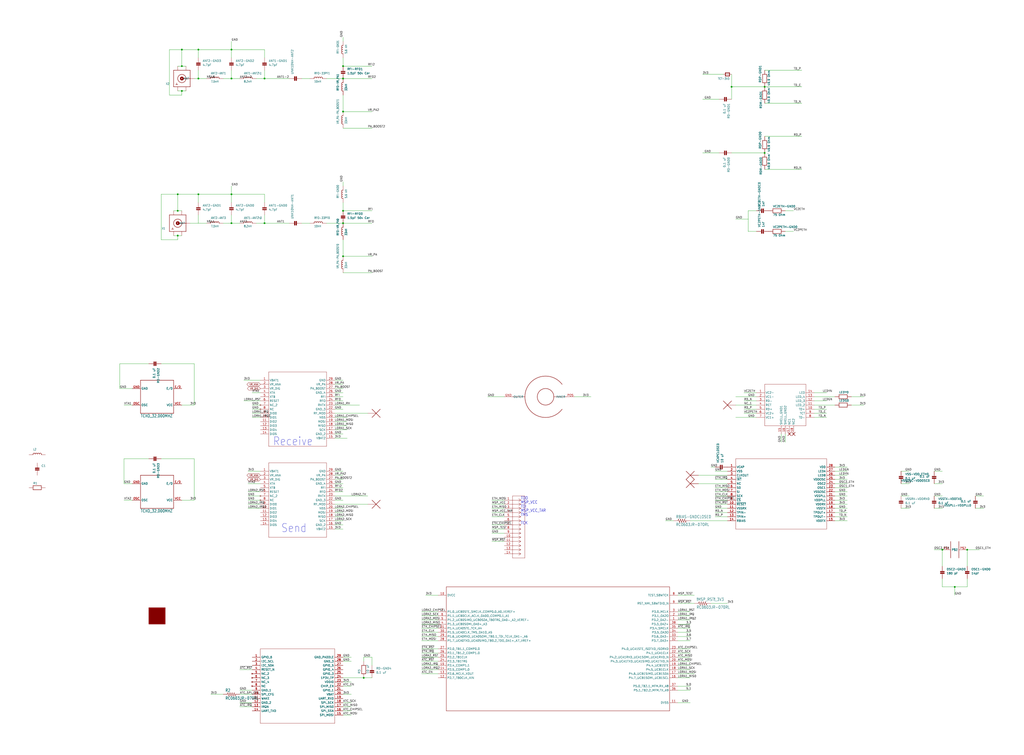
<source format=kicad_sch>
(kicad_sch (version 20230121) (generator eeschema)
  (paper "User" 629.31 463.906)
  (lib_symbols
    (symbol "Main_Brd-eagle-import:702461401"
      (symbol "702461401_1_0"
        (pin passive line (at 0 0 0) (length 5.08) (name "1") (number "1"))
        (pin passive line (at 0 -22.86 0) (length 5.08) (name "10") (number "10"))
        (pin passive line (at 0 -25.4 0) (length 5.08) (name "11") (number "11"))
        (pin passive line (at 0 -27.94 0) (length 5.08) (name "12") (number "12"))
        (pin passive line (at 0 -30.48 0) (length 5.08) (name "13") (number "13"))
        (pin passive line (at 0 -33.02 0) (length 5.08) (name "14") (number "14"))
        (pin passive line (at 0 -2.54 0) (length 5.08) (name "2") (number "2"))
        (pin passive line (at 0 -5.08 0) (length 5.08) (name "3") (number "3"))
        (pin passive line (at 0 -7.62 0) (length 5.08) (name "4") (number "4"))
        (pin passive line (at 0 -10.16 0) (length 5.08) (name "5") (number "5"))
        (pin passive line (at 0 -12.7 0) (length 5.08) (name "6") (number "6"))
        (pin passive line (at 0 -15.24 0) (length 5.08) (name "7") (number "7"))
        (pin passive line (at 0 -17.78 0) (length 5.08) (name "8") (number "8"))
        (pin passive line (at 0 -20.32 0) (length 5.08) (name "9") (number "9"))
      )
    )
    (symbol "Main_Brd-eagle-import:ARJM11C7-114-BA-EW2"
      (symbol "ARJM11C7-114-BA-EW2_1_0"
        (pin power_in line (at 2.54 0 0) (length 5.08) (name "VC2-") (number "1"))
        (pin passive line (at 38.1 -10.16 180) (length 5.08) (name "TD+") (number "10"))
        (pin passive line (at 38.1 -7.62 180) (length 5.08) (name "LED_2") (number "11"))
        (pin passive line (at 38.1 -5.08 180) (length 5.08) (name "LED_3") (number "12"))
        (pin passive line (at 38.1 -2.54 180) (length 5.08) (name "LED_4") (number "13"))
        (pin passive line (at 38.1 0 180) (length 5.08) (name "LED") (number "14"))
        (pin bidirectional line (at 17.78 -25.4 90) (length 5.08) (name "SHELL_GND1") (number "15"))
        (pin bidirectional line (at 20.32 -25.4 90) (length 5.08) (name "SHELL_GND2") (number "16"))
        (pin bidirectional line (at 22.86 -25.4 90) (length 5.08) (name "NC1") (number "17"))
        (pin bidirectional line (at 25.4 -25.4 90) (length 5.08) (name "NC2") (number "18"))
        (pin power_in line (at 2.54 -2.54 0) (length 5.08) (name "VC1-") (number "2"))
        (pin passive line (at 2.54 -5.08 0) (length 5.08) (name "RD-") (number "3"))
        (pin passive line (at 2.54 -7.62 0) (length 5.08) (name "RCT") (number "4"))
        (pin passive line (at 2.54 -10.16 0) (length 5.08) (name "RD+") (number "5"))
        (pin power_in line (at 2.54 -12.7 0) (length 5.08) (name "VC2+") (number "6"))
        (pin power_in line (at 2.54 -15.24 0) (length 5.08) (name "VC1+") (number "7"))
        (pin passive line (at 38.1 -15.24 180) (length 5.08) (name "TD-") (number "8"))
        (pin passive line (at 38.1 -12.7 180) (length 5.08) (name "TCT") (number "9"))
      )
    )
    (symbol "Main_Brd-eagle-import:ATWINC1500-MR210PB1952-T"
      (symbol "ATWINC1500-MR210PB1952-T_1_0"
        (pin bidirectional line (at 2.54 0 0) (length 5.08) (name "GPIO_6") (number "1"))
        (pin input line (at 2.54 -22.86 0) (length 5.08) (name "SPI_CFG") (number "10"))
        (pin input line (at 2.54 -25.4 0) (length 5.08) (name "WAKE") (number "11"))
        (pin passive line (at 2.54 -27.94 0) (length 5.08) (name "GND_2") (number "12"))
        (pin output line (at 2.54 -30.48 0) (length 5.08) (name "IRQN") (number "13"))
        (pin output line (at 2.54 -33.02 0) (length 5.08) (name "UART_TXD") (number "14"))
        (pin input line (at 58.42 -35.56 180) (length 5.08) (name "SPI_MOSI") (number "15"))
        (pin input line (at 58.42 -33.02 180) (length 5.08) (name "SPI_SSN") (number "16"))
        (pin output line (at 58.42 -30.48 180) (length 5.08) (name "SPI_MISO") (number "17"))
        (pin input line (at 58.42 -27.94 180) (length 5.08) (name "SPI_SCK") (number "18"))
        (pin input line (at 58.42 -25.4 180) (length 5.08) (name "UART_RXD") (number "19"))
        (pin bidirectional line (at 2.54 -2.54 0) (length 5.08) (name "I2C_SCL") (number "2"))
        (pin power_in line (at 58.42 -22.86 180) (length 5.08) (name "VBAT") (number "20"))
        (pin bidirectional line (at 58.42 -20.32 180) (length 5.08) (name "GPIO_1") (number "21"))
        (pin input line (at 58.42 -17.78 180) (length 5.08) (name "CHIP_EN") (number "22"))
        (pin power_in line (at 58.42 -15.24 180) (length 5.08) (name "VDDIO") (number "23"))
        (pin passive line (at 58.42 -12.7 180) (length 5.08) (name "1P3V_TP") (number "24"))
        (pin bidirectional line (at 58.42 -10.16 180) (length 5.08) (name "GPIO_3") (number "25"))
        (pin bidirectional line (at 58.42 -7.62 180) (length 5.08) (name "GPIO_4") (number "26"))
        (pin bidirectional line (at 58.42 -5.08 180) (length 5.08) (name "GPIO_5") (number "27"))
        (pin passive line (at 58.42 -2.54 180) (length 5.08) (name "GND_3") (number "28"))
        (pin passive line (at 58.42 0 180) (length 5.08) (name "GND_PADDLE") (number "29"))
        (pin bidirectional line (at 2.54 -5.08 0) (length 5.08) (name "I2C_SDA") (number "3"))
        (pin input line (at 2.54 -7.62 0) (length 5.08) (name "RESET_N") (number "4"))
        (pin no_connect line (at 2.54 -10.16 0) (length 5.08) (name "NC_2") (number "5"))
        (pin no_connect line (at 2.54 -12.7 0) (length 5.08) (name "NC_3") (number "6"))
        (pin no_connect line (at 2.54 -15.24 0) (length 5.08) (name "NC_4") (number "7"))
        (pin no_connect line (at 2.54 -17.78 0) (length 5.08) (name "NC") (number "8"))
        (pin passive line (at 2.54 -20.32 0) (length 5.08) (name "GND_1") (number "9"))
      )
    )
    (symbol "Main_Brd-eagle-import:BARREL_CONN_EXTERN"
      (symbol "BARREL_CONN_EXTERN_1_0"
        (pin bidirectional line (at -25.4 0 0) (length 5.08) (name "OUTER") (number "GND"))
        (pin bidirectional line (at 17.78 0 180) (length 5.08) (name "INNER") (number "POS"))
      )
    )
    (symbol "Main_Brd-eagle-import:CAP_CERAMIC0402"
      (property "Reference" "C" (at 2.54 2.54 0))
      (symbol "CAP_CERAMIC0402_1_0"
        (pin passive line (at 0 5.08 270) (length 2.54) (name "P$1") (number "1"))
        (pin passive line (at 0 -2.54 90) (length 2.54) (name "P$2") (number "2"))
      )
    )
    (symbol "Main_Brd-eagle-import:CAP_CERAMIC0603"
      (property "Reference" "C" (at 2.54 2.54 0))
      (symbol "CAP_CERAMIC0603_1_0"
        (pin passive line (at 0 5.08 270) (length 2.54) (name "P$1") (number "1"))
        (pin passive line (at 0 -2.54 90) (length 2.54) (name "P$2") (number "2"))
      )
    )
    (symbol "Main_Brd-eagle-import:CAP_CERAMIC0805"
      (property "Reference" "C" (at 2.54 2.54 0))
      (symbol "CAP_CERAMIC0805_1_0"
        (pin passive line (at 0 5.08 270) (length 2.54) (name "P$1") (number "1"))
        (pin passive line (at 0 -2.54 90) (length 2.54) (name "P$2") (number "2"))
      )
    )
    (symbol "Main_Brd-eagle-import:ENC28J60-I/SP"
      (symbol "ENC28J60-I/SP_1_0"
        (pin passive line (at 2.54 0 0) (length 5.08) (name "VCAP") (number "1"))
        (pin passive line (at 2.54 -22.86 0) (length 5.08) (name "~{RESET}") (number "10"))
        (pin passive line (at 2.54 -25.4 0) (length 5.08) (name "VSSRX") (number "11"))
        (pin passive line (at 2.54 -27.94 0) (length 5.08) (name "TPIN-") (number "12"))
        (pin passive line (at 2.54 -30.48 0) (length 5.08) (name "TPIN+") (number "13"))
        (pin passive line (at 2.54 -33.02 0) (length 5.08) (name "RBIAS") (number "14"))
        (pin passive line (at 68.58 -33.02 180) (length 5.08) (name "VDDTX") (number "15"))
        (pin passive line (at 68.58 -30.48 180) (length 5.08) (name "TPOUT-") (number "16"))
        (pin passive line (at 68.58 -27.94 180) (length 5.08) (name "TPOUT+") (number "17"))
        (pin passive line (at 68.58 -25.4 180) (length 5.08) (name "VSSTX") (number "18"))
        (pin passive line (at 68.58 -22.86 180) (length 5.08) (name "VDDRX") (number "19"))
        (pin passive line (at 2.54 -2.54 0) (length 5.08) (name "VSS") (number "2"))
        (pin passive line (at 68.58 -20.32 180) (length 5.08) (name "VDDPLL") (number "20"))
        (pin passive line (at 68.58 -17.78 180) (length 5.08) (name "VSSPLL") (number "21"))
        (pin passive line (at 68.58 -15.24 180) (length 5.08) (name "VSSOSC") (number "22"))
        (pin passive line (at 68.58 -12.7 180) (length 5.08) (name "OSC1") (number "23"))
        (pin passive line (at 68.58 -10.16 180) (length 5.08) (name "OSC2") (number "24"))
        (pin passive line (at 68.58 -7.62 180) (length 5.08) (name "VDDOSC") (number "25"))
        (pin passive line (at 68.58 -5.08 180) (length 5.08) (name "LEDB") (number "26"))
        (pin passive line (at 68.58 -2.54 180) (length 5.08) (name "LEDA") (number "27"))
        (pin passive line (at 68.58 0 180) (length 5.08) (name "VDD") (number "28"))
        (pin passive line (at 2.54 -5.08 0) (length 5.08) (name "CLKOUT") (number "3"))
        (pin passive line (at 2.54 -7.62 0) (length 5.08) (name "~{INT}") (number "4"))
        (pin passive line (at 2.54 -10.16 0) (length 5.08) (name "NC") (number "5"))
        (pin passive line (at 2.54 -12.7 0) (length 5.08) (name "SO") (number "6"))
        (pin passive line (at 2.54 -15.24 0) (length 5.08) (name "SI") (number "7"))
        (pin passive line (at 2.54 -17.78 0) (length 5.08) (name "SCK") (number "8"))
        (pin passive line (at 2.54 -20.32 0) (length 5.08) (name "~{CS}") (number "9"))
      )
    )
    (symbol "Main_Brd-eagle-import:FERRITE"
      (property "Reference" "FB" (at -1.27 1.905 0))
      (symbol "FERRITE_1_0"
        (pin passive line (at -2.54 0 0) (length 2.54) (name "P$1") (number "1"))
        (pin passive line (at 2.54 0 180) (length 2.54) (name "P$2") (number "2"))
      )
    )
    (symbol "Main_Brd-eagle-import:INDUCTOR_0402"
      (property "Reference" "L" (at -2.54 2.54 0))
      (symbol "INDUCTOR_0402_1_0"
        (pin passive line (at -5.08 0 0) (length 2.54) (name "1") (number "1"))
        (pin passive line (at 5.08 0 180) (length 2.54) (name "2") (number "2"))
      )
    )
    (symbol "Main_Brd-eagle-import:J49SMH-P-G-G-K-25M0"
      (symbol "J49SMH-P-G-G-K-25M0_1_0"
        (pin bidirectional line (at -7.62 0 0) (length 5.08) (name "P$1") (number "P$1"))
        (pin bidirectional line (at 7.62 0 180) (length 5.08) (name "P$2") (number "P$2"))
      )
    )
    (symbol "Main_Brd-eagle-import:MAGICWIFI_X10")
    (symbol "Main_Brd-eagle-import:MSP430FR2355TDBTRDBT0038A_M"
      (symbol "MSP430FR2355TDBTRDBT0038A_M_1_0"
        (pin bidirectional line (at 73.66 17.78 180) (length 5.08) (name "P3.2_OA2-") (number "1"))
        (pin power_in line (at -73.66 33.02 0) (length 5.08) (name "DVCC") (number "10"))
        (pin power_in line (at 73.66 -33.02 180) (length 5.08) (name "DVSS") (number "11"))
        (pin bidirectional line (at -73.66 -17.78 0) (length 5.08) (name "P2.7_TB0CLK_XIN") (number "12"))
        (pin bidirectional line (at -73.66 -15.24 0) (length 5.08) (name "P2.6_MCLK_XOUT") (number "13"))
        (pin bidirectional line (at -73.66 -12.7 0) (length 5.08) (name "P2.5_COMP1.0") (number "14"))
        (pin bidirectional line (at -73.66 -10.16 0) (length 5.08) (name "P2.4_COMP1.1") (number "15"))
        (pin bidirectional line (at 73.66 -17.78 180) (length 5.08) (name "P4.7_UCB1SOMI_UCB1SCL") (number "16"))
        (pin bidirectional line (at 73.66 -15.24 180) (length 5.08) (name "P4.6_UCB1SIMO_UCB1SDA") (number "17"))
        (pin bidirectional line (at 73.66 -12.7 180) (length 5.08) (name "P4.5_UCB1CLK") (number "18"))
        (pin bidirectional line (at 73.66 -10.16 180) (length 5.08) (name "P4.4_UCB1STE") (number "19"))
        (pin bidirectional line (at 73.66 20.32 180) (length 5.08) (name "P3.1_OA2O") (number "2"))
        (pin bidirectional line (at 73.66 -7.62 180) (length 5.08) (name "P4.3_UCA1TXD_UCA1SIMO_UCA1TXD_N") (number "20"))
        (pin bidirectional line (at 73.66 -5.08 180) (length 5.08) (name "P4.2_UCA1RXD_UCA1SOMI_UCA1RXD_N") (number "21"))
        (pin bidirectional line (at 73.66 -2.54 180) (length 5.08) (name "P4.1_UCA1CLK") (number "22"))
        (pin bidirectional line (at 73.66 0 180) (length 5.08) (name "P4.0_UCA1STE_ISOTXD_ISORXD") (number "23"))
        (pin bidirectional line (at -73.66 -7.62 0) (length 5.08) (name "P2.3_TB1TRG") (number "24"))
        (pin bidirectional line (at -73.66 -5.08 0) (length 5.08) (name "P2.2_TB1CLK") (number "25"))
        (pin bidirectional line (at -73.66 -2.54 0) (length 5.08) (name "P2.1_TB1.2_COMP1.O") (number "26"))
        (pin bidirectional line (at -73.66 0 0) (length 5.08) (name "P2.0_TB1.1_COMP0.O") (number "27"))
        (pin bidirectional line (at -73.66 5.08 0) (length 5.08) (name "P1.7_UCA0TXD_UCA0SIMO_TB0.2_TDO_OA1+_A7_VREF+") (number "28"))
        (pin bidirectional line (at -73.66 7.62 0) (length 5.08) (name "P1.6_UCA0RXD_UCA0SOMI_TB0.1_TDI_TCLK_OA1-_A6") (number "29"))
        (pin bidirectional line (at 73.66 22.86 180) (length 5.08) (name "P3.0_MCLK") (number "3"))
        (pin bidirectional line (at -73.66 10.16 0) (length 5.08) (name "P1.5_UCA0CLK_TMS_OA1O_A5") (number "30"))
        (pin bidirectional line (at -73.66 12.7 0) (length 5.08) (name "P1.4_UCA0STE_TCK_A4") (number "31"))
        (pin bidirectional line (at 73.66 5.08 180) (length 5.08) (name "P3.7_OA3+") (number "32"))
        (pin bidirectional line (at 73.66 7.62 180) (length 5.08) (name "P3.6_OA3-") (number "33"))
        (pin bidirectional line (at 73.66 10.16 180) (length 5.08) (name "P3.5_OA3O") (number "34"))
        (pin bidirectional line (at 73.66 12.7 180) (length 5.08) (name "P3.4_SMCLK") (number "35"))
        (pin bidirectional line (at 73.66 -25.4 180) (length 5.08) (name "P5.1_TB2.2_MFM.TX_A9") (number "36"))
        (pin bidirectional line (at 73.66 -22.86 180) (length 5.08) (name "P5.0_TB2.1_MFM.RX_A8") (number "37"))
        (pin bidirectional line (at 73.66 15.24 180) (length 5.08) (name "P3.3_OA2+") (number "38"))
        (pin bidirectional line (at -73.66 15.24 0) (length 5.08) (name "P1.3_UCB0SOMI_OA0+_A3") (number "4"))
        (pin bidirectional line (at -73.66 17.78 0) (length 5.08) (name "P1.2_UCB0SIMO_UCB0SDA_TB0TRG_OA0-_A2_VEREF-") (number "5"))
        (pin bidirectional line (at -73.66 20.32 0) (length 5.08) (name "P1.1_UCB0CLK_ACLK_OA0O_COMP0.1_A1") (number "6"))
        (pin bidirectional line (at -73.66 22.86 0) (length 5.08) (name "P1.0_UCB0STE_SMCLK_COMP0.0_A0_VEREF+") (number "7"))
        (pin input line (at 73.66 33.02 180) (length 5.08) (name "TEST_SBWTCK") (number "8"))
        (pin bidirectional line (at 73.66 27.94 180) (length 5.08) (name "RST_NMI_SBWTDIO_N") (number "9"))
      )
    )
    (symbol "Main_Brd-eagle-import:NC_MARKER"
      (symbol "NC_MARKER_1_0"
        (pin bidirectional line (at 5.08 0 180) (length 5.08) (name "P$1") (number "1"))
      )
    )
    (symbol "Main_Brd-eagle-import:RC0603JR-070RL"
      (property "Reference" "R" (at -3.81 1.4986 0))
      (symbol "RC0603JR-070RL_1_0"
        (pin passive line (at -5.08 0 0) (length 2.54) (name "1") (number "1"))
        (pin passive line (at 5.08 0 180) (length 2.54) (name "2") (number "2"))
      )
    )
    (symbol "Main_Brd-eagle-import:RESISTOR0402"
      (property "Reference" "R" (at -2.54 2.032 0))
      (symbol "RESISTOR0402_1_0"
        (pin passive line (at -5.08 0 0) (length 2.54) (name "1") (number "1"))
        (pin passive line (at 5.08 0 180) (length 2.54) (name "2") (number "2"))
      )
    )
    (symbol "Main_Brd-eagle-import:RESISTOR_0805"
      (property "Reference" "R" (at -2.54 2.032 0))
      (symbol "RESISTOR_0805_1_0"
        (pin passive line (at -5.08 0 0) (length 2.54) (name "1") (number "1"))
        (pin passive line (at 5.08 0 180) (length 2.54) (name "2") (number "2"))
      )
    )
    (symbol "Main_Brd-eagle-import:SMACONNECTOR_EDGE"
      (property "Reference" "X" (at 7.62 2.54 0))
      (symbol "SMACONNECTOR_EDGE_1_0"
        (pin power_in line (at 2.54 -7.62 90) (length 2.54) (name "GND4") (number "GND@1"))
        (pin power_in line (at -2.54 -7.62 90) (length 2.54) (name "GND3") (number "GND@2"))
        (pin power_in line (at 2.54 7.62 270) (length 2.54) (name "GND2") (number "GND@3"))
        (pin power_in line (at -2.54 7.62 270) (length 2.54) (name "GND1") (number "GND@4"))
        (pin bidirectional line (at -7.62 0 0) (length 2.54) (name "ANT") (number "P"))
      )
    )
    (symbol "Main_Brd-eagle-import:SX1272IMLTRT"
      (symbol "SX1272IMLTRT_1_0"
        (pin power_in line (at 2.54 0 0) (length 5.08) (name "VBAT1") (number "1"))
        (pin bidirectional line (at 2.54 -22.86 0) (length 5.08) (name "DIO1") (number "10"))
        (pin bidirectional line (at 2.54 -25.4 0) (length 5.08) (name "DIO2") (number "11"))
        (pin bidirectional line (at 2.54 -27.94 0) (length 5.08) (name "DIO3") (number "12"))
        (pin bidirectional line (at 2.54 -30.48 0) (length 5.08) (name "DIO4") (number "13"))
        (pin bidirectional line (at 2.54 -33.02 0) (length 5.08) (name "DIO5") (number "14"))
        (pin power_in line (at 48.26 -35.56 180) (length 5.08) (name "VBAT2") (number "15"))
        (pin passive line (at 48.26 -33.02 180) (length 5.08) (name "GND_2") (number "16"))
        (pin input line (at 48.26 -30.48 180) (length 5.08) (name "SCK") (number "17"))
        (pin output line (at 48.26 -27.94 180) (length 5.08) (name "MISO") (number "18"))
        (pin input line (at 48.26 -25.4 180) (length 5.08) (name "MOSI") (number "19"))
        (pin power_in line (at 2.54 -2.54 0) (length 5.08) (name "VR_ANA") (number "2"))
        (pin input line (at 48.26 -22.86 180) (length 5.08) (name "NSS") (number "20"))
        (pin output line (at 48.26 -20.32 180) (length 5.08) (name "RF_MOD") (number "21"))
        (pin passive line (at 48.26 -17.78 180) (length 5.08) (name "GND_3") (number "22"))
        (pin output line (at 48.26 -15.24 180) (length 5.08) (name "RXTX") (number "23"))
        (pin output line (at 48.26 -12.7 180) (length 5.08) (name "RFO") (number "24"))
        (pin input line (at 48.26 -10.16 180) (length 5.08) (name "RFI") (number "25"))
        (pin passive line (at 48.26 -7.62 180) (length 5.08) (name "GND_4") (number "26"))
        (pin output line (at 48.26 -5.08 180) (length 5.08) (name "PA_BOOST") (number "27"))
        (pin output line (at 48.26 -2.54 180) (length 5.08) (name "VR_PA") (number "28"))
        (pin passive line (at 48.26 0 180) (length 5.08) (name "GND") (number "29"))
        (pin power_in line (at 2.54 -5.08 0) (length 5.08) (name "VR_DIG") (number "3"))
        (pin bidirectional line (at 2.54 -7.62 0) (length 5.08) (name "XTA") (number "4"))
        (pin bidirectional line (at 2.54 -10.16 0) (length 5.08) (name "XTB") (number "5"))
        (pin bidirectional line (at 2.54 -12.7 0) (length 5.08) (name "RESET") (number "6"))
        (pin no_connect line (at 2.54 -15.24 0) (length 5.08) (name "NC_2") (number "7"))
        (pin no_connect line (at 2.54 -17.78 0) (length 5.08) (name "NC") (number "8"))
        (pin bidirectional line (at 2.54 -20.32 0) (length 5.08) (name "DIO0") (number "9"))
      )
    )
    (symbol "Main_Brd-eagle-import:TCXO_32,000MHZ"
      (symbol "TCXO_32,000MHZ_1_0"
        (pin bidirectional line (at 15.24 5.08 180) (length 5.08) (name "E/D") (number "E/D"))
        (pin bidirectional line (at -15.24 5.08 0) (length 5.08) (name "GND") (number "GND"))
        (pin bidirectional line (at -15.24 -5.08 0) (length 5.08) (name "OSC") (number "OSC"))
        (pin bidirectional line (at 15.24 -5.08 180) (length 5.08) (name "VCC") (number "VCC"))
      )
    )
  )
  (junction (at 210.82 48.26))
  (junction (at 579.12 337.82))
  (junction (at 223.52 416.56))
  (junction (at 449.58 53.34))
  (junction (at 586.74 360.68))
  (junction (at 121.92 119.38))
  (junction (at 210.82 40.64))
  (junction (at 469.9 93.98))
  (junction (at 109.22 144.78))
  (junction (at 142.24 137.16))
  (junction (at 162.56 48.26))
  (junction (at 210.82 157.48))
  (junction (at 111.76 30.48))
  (junction (at 121.92 48.26))
  (junction (at 109.22 129.54))
  (junction (at 111.76 55.88))
  (junction (at 111.76 40.64))
  (junction (at 210.82 68.58))
  (junction (at 210.82 137.16))
  (junction (at 210.82 129.54))
  (junction (at 121.92 30.48))
  (junction (at 162.56 137.16))
  (junction (at 142.24 48.26))
  (junction (at 142.24 30.48))
  (junction (at 469.9 53.34))
  (junction (at 109.22 119.38))
  (junction (at 594.36 337.82))
  (junction (at 142.24 119.38))
  (wire (pts (xy 111.76 55.88) (xy 109.22 55.88)) (stroke (width 0.1524)))
  (wire (pts (xy 142.24 137.16) (xy 142.24 132.08)) (stroke (width 0.1524)))
  (wire (pts (xy 469.9 43.18) (xy 492.76 43.18)) (stroke (width 0.1524)))
  (wire (pts (xy 269.24 386.08) (xy 259.08 386.08)) (stroke (width 0.1524)))
  (wire (pts (xy 205.74 248.92) (xy 220.98 248.92)) (stroke (width 0.1524)))
  (wire (pts (xy 142.24 119.38) (xy 162.56 119.38)) (stroke (width 0.1524)))
  (wire (pts (xy 492.76 104.14) (xy 469.9 104.14)) (stroke (width 0.1524)))
  (wire (pts (xy 205.74 292.1) (xy 210.82 292.1)) (stroke (width 0.1524)))
  (wire (pts (xy 162.56 137.16) (xy 162.56 132.08)) (stroke (width 0.1524)))
  (wire (pts (xy 228.6 40.64) (xy 210.82 40.64)) (stroke (width 0.1524)))
  (wire (pts (xy 99.06 223.52) (xy 119.38 223.52)) (stroke (width 0.1524)))
  (wire (pts (xy 500.38 246.38) (xy 508 246.38)) (stroke (width 0.1524)))
  (wire (pts (xy 459.74 134.62) (xy 452.12 134.62)) (stroke (width 0.1524)))
  (wire (pts (xy 459.74 142.24) (xy 464.82 142.24)) (stroke (width 0.1524)))
  (wire (pts (xy 513.08 314.96) (xy 520.7 314.96)) (stroke (width 0.1524)))
  (wire (pts (xy 553.72 304.8) (xy 558.8 304.8)) (stroke (width 0.1524)))
  (wire (pts (xy 309.88 243.84) (xy 299.72 243.84)) (stroke (width 0.1524)))
  (wire (pts (xy 205.74 266.7) (xy 210.82 266.7)) (stroke (width 0.1524)))
  (wire (pts (xy 205.74 294.64) (xy 210.82 294.64)) (stroke (width 0.1524)))
  (wire (pts (xy 513.08 289.56) (xy 520.7 289.56)) (stroke (width 0.1524)))
  (wire (pts (xy 424.18 320.04) (xy 447.04 320.04)) (stroke (width 0.1524)))
  (wire (pts (xy 416.56 406.4) (xy 424.18 406.4)) (stroke (width 0.1524)))
  (wire (pts (xy 553.72 297.18) (xy 558.8 297.18)) (stroke (width 0.1524)))
  (wire (pts (xy 91.44 223.52) (xy 73.66 223.52)) (stroke (width 0.1524)))
  (wire (pts (xy 269.24 378.46) (xy 259.08 378.46)) (stroke (width 0.1524)))
  (wire (pts (xy 205.74 309.88) (xy 226.06 309.88)) (stroke (width 0.1524)))
  (wire (pts (xy 160.02 289.56) (xy 152.4 289.56)) (stroke (width 0.1524)))
  (wire (pts (xy 574.04 289.56) (xy 579.12 289.56)) (stroke (width 0.1524)))
  (wire (pts (xy 523.24 243.84) (xy 530.86 243.84)) (stroke (width 0.1524)))
  (wire (pts (xy 162.56 137.16) (xy 157.48 137.16)) (stroke (width 0.1524)))
  (wire (pts (xy 459.74 134.62) (xy 459.74 142.24)) (stroke (width 0.1524)))
  (wire (pts (xy 416.56 431.8) (xy 424.18 431.8)) (stroke (width 0.1524)))
  (wire (pts (xy 447.04 292.1) (xy 429.26 292.1)) (stroke (width 0.1524)))
  (wire (pts (xy 210.82 421.64) (xy 215.9 421.64)) (stroke (width 0.1524)))
  (wire (pts (xy 162.56 48.26) (xy 157.48 48.26)) (stroke (width 0.1524)))
  (wire (pts (xy 109.22 119.38) (xy 121.92 119.38)) (stroke (width 0.1524)))
  (wire (pts (xy 447.04 304.8) (xy 439.42 304.8)) (stroke (width 0.1524)))
  (wire (pts (xy 464.82 251.46) (xy 457.2 251.46)) (stroke (width 0.1524)))
  (wire (pts (xy 210.82 167.64) (xy 228.6 167.64)) (stroke (width 0.1524)))
  (wire (pts (xy 444.5 45.72) (xy 431.8 45.72)) (stroke (width 0.1524)))
  (wire (pts (xy 210.82 78.74) (xy 228.6 78.74)) (stroke (width 0.1524)))
  (wire (pts (xy 223.52 416.56) (xy 228.6 416.56)) (stroke (width 0.1524)))
  (wire (pts (xy 464.82 241.3) (xy 457.2 241.3)) (stroke (width 0.1524)))
  (wire (pts (xy 500.38 251.46) (xy 508 251.46)) (stroke (width 0.1524)))
  (wire (pts (xy 154.94 411.48) (xy 147.32 411.48)) (stroke (width 0.1524)))
  (wire (pts (xy 513.08 294.64) (xy 520.7 294.64)) (stroke (width 0.1524)))
  (wire (pts (xy 121.92 119.38) (xy 121.92 124.46)) (stroke (width 0.1524)))
  (wire (pts (xy 210.82 48.26) (xy 200.66 48.26)) (stroke (width 0.1524)))
  (wire (pts (xy 416.56 393.7) (xy 424.18 393.7)) (stroke (width 0.1524)))
  (wire (pts (xy 160.02 248.92) (xy 154.94 248.92)) (stroke (width 0.1524)))
  (wire (pts (xy 309.88 322.58) (xy 302.26 322.58)) (stroke (width 0.1524)))
  (wire (pts (xy 416.56 365.76) (xy 426.72 365.76)) (stroke (width 0.1524)))
  (wire (pts (xy 500.38 254) (xy 508 254)) (stroke (width 0.1524)))
  (wire (pts (xy 210.82 40.64) (xy 210.82 35.56)) (stroke (width 0.1524)))
  (wire (pts (xy 154.94 431.8) (xy 147.32 431.8)) (stroke (width 0.1524)))
  (wire (pts (xy 119.38 223.52) (xy 119.38 248.92)) (stroke (width 0.1524)))
  (wire (pts (xy 513.08 302.26) (xy 520.7 302.26)) (stroke (width 0.1524)))
  (wire (pts (xy 210.82 157.48) (xy 210.82 147.32)) (stroke (width 0.1524)))
  (wire (pts (xy 154.94 434.34) (xy 147.32 434.34)) (stroke (width 0.1524)))
  (wire (pts (xy 205.74 269.24) (xy 213.36 269.24)) (stroke (width 0.1524)))
  (wire (pts (xy 142.24 30.48) (xy 162.56 30.48)) (stroke (width 0.1524)))
  (wire (pts (xy 205.74 307.34) (xy 210.82 307.34)) (stroke (width 0.1524)))
  (wire (pts (xy 269.24 406.4) (xy 259.08 406.4)) (stroke (width 0.1524)))
  (wire (pts (xy 269.24 391.16) (xy 259.08 391.16)) (stroke (width 0.1524)))
  (wire (pts (xy 228.6 408.94) (xy 228.6 403.86)) (stroke (width 0.1524)))
  (wire (pts (xy 177.8 137.16) (xy 162.56 137.16)) (stroke (width 0.1524)))
  (wire (pts (xy 210.82 137.16) (xy 200.66 137.16)) (stroke (width 0.1524)))
  (wire (pts (xy 464.82 256.54) (xy 452.12 256.54)) (stroke (width 0.1524)))
  (wire (pts (xy 482.6 266.7) (xy 482.6 271.78)) (stroke (width 0.1524)))
  (wire (pts (xy 513.08 312.42) (xy 520.7 312.42)) (stroke (width 0.1524)))
  (wire (pts (xy 594.36 337.82) (xy 601.98 337.82)) (stroke (width 0.1524)))
  (wire (pts (xy 99.06 147.32) (xy 99.06 119.38)) (stroke (width 0.1524)))
  (wire (pts (xy 190.5 48.26) (xy 185.42 48.26)) (stroke (width 0.1524)))
  (wire (pts (xy 579.12 337.82) (xy 574.04 337.82)) (stroke (width 0.1524)))
  (wire (pts (xy 154.94 426.72) (xy 147.32 426.72)) (stroke (width 0.1524)))
  (wire (pts (xy 416.56 414.02) (xy 426.72 414.02)) (stroke (width 0.1524)))
  (wire (pts (xy 513.08 299.72) (xy 520.7 299.72)) (stroke (width 0.1524)))
  (wire (pts (xy 579.12 360.68) (xy 586.74 360.68)) (stroke (width 0.1524)))
  (wire (pts (xy 210.82 403.86) (xy 215.9 403.86)) (stroke (width 0.1524)))
  (wire (pts (xy 137.16 426.72) (xy 129.54 426.72)) (stroke (width 0.1524)))
  (wire (pts (xy 309.88 309.88) (xy 302.26 309.88)) (stroke (width 0.1524)))
  (wire (pts (xy 500.38 241.3) (xy 508 241.3)) (stroke (width 0.1524)))
  (wire (pts (xy 99.06 119.38) (xy 109.22 119.38)) (stroke (width 0.1524)))
  (wire (pts (xy 121.92 137.16) (xy 121.92 132.08)) (stroke (width 0.1524)))
  (wire (pts (xy 116.84 137.16) (xy 121.92 137.16)) (stroke (width 0.1524)))
  (wire (pts (xy 111.76 30.48) (xy 121.92 30.48)) (stroke (width 0.1524)))
  (wire (pts (xy 269.24 398.78) (xy 259.08 398.78)) (stroke (width 0.1524)))
  (wire (pts (xy 447.04 309.88) (xy 439.42 309.88)) (stroke (width 0.1524)))
  (wire (pts (xy 160.02 241.3) (xy 154.94 241.3)) (stroke (width 0.1524)))
  (wire (pts (xy 99.06 281.94) (xy 119.38 281.94)) (stroke (width 0.1524)))
  (wire (pts (xy 480.06 266.7) (xy 480.06 271.78)) (stroke (width 0.1524)))
  (wire (pts (xy 205.74 241.3) (xy 210.82 241.3)) (stroke (width 0.1524)))
  (wire (pts (xy 269.24 388.62) (xy 259.08 388.62)) (stroke (width 0.1524)))
  (wire (pts (xy 447.04 317.5) (xy 439.42 317.5)) (stroke (width 0.1524)))
  (wire (pts (xy 111.76 129.54) (xy 109.22 129.54)) (stroke (width 0.1524)))
  (wire (pts (xy 81.28 248.92) (xy 76.2 248.92)) (stroke (width 0.1524)))
  (wire (pts (xy 269.24 401.32) (xy 259.08 401.32)) (stroke (width 0.1524)))
  (wire (pts (xy 160.02 246.38) (xy 149.86 246.38)) (stroke (width 0.1524)))
  (wire (pts (xy 416.56 403.86) (xy 424.18 403.86)) (stroke (width 0.1524)))
  (wire (pts (xy 500.38 256.54) (xy 508 256.54)) (stroke (width 0.1524)))
  (wire (pts (xy 309.88 312.42) (xy 302.26 312.42)) (stroke (width 0.1524)))
  (wire (pts (xy 205.74 246.38) (xy 210.82 246.38)) (stroke (width 0.1524)))
  (wire (pts (xy 205.74 289.56) (xy 210.82 289.56)) (stroke (width 0.1524)))
  (wire (pts (xy 106.68 144.78) (xy 109.22 144.78)) (stroke (width 0.1524)))
  (wire (pts (xy 414.02 320.04) (xy 408.94 320.04)) (stroke (width 0.1524)))
  (wire (pts (xy 210.82 22.86) (xy 210.82 25.4)) (stroke (width 0.1524)))
  (wire (pts (xy 513.08 317.5) (xy 520.7 317.5)) (stroke (width 0.1524)))
  (wire (pts (xy 76.2 281.94) (xy 76.2 297.18)) (stroke (width 0.1524)))
  (wire (pts (xy 269.24 383.54) (xy 259.08 383.54)) (stroke (width 0.1524)))
  (wire (pts (xy 309.88 307.34) (xy 302.26 307.34)) (stroke (width 0.1524)))
  (wire (pts (xy 162.56 48.26) (xy 162.56 43.18)) (stroke (width 0.1524)))
  (wire (pts (xy 81.28 297.18) (xy 76.2 297.18)) (stroke (width 0.1524)))
  (wire (pts (xy 205.74 251.46) (xy 210.82 251.46)) (stroke (width 0.1524)))
  (wire (pts (xy 81.28 238.76) (xy 73.66 238.76)) (stroke (width 0.1524)))
  (wire (pts (xy 152.4 304.8) (xy 160.02 304.8)) (stroke (width 0.1524)))
  (wire (pts (xy 513.08 304.8) (xy 520.7 304.8)) (stroke (width 0.1524)))
  (wire (pts (xy 160.02 312.42) (xy 152.4 312.42)) (stroke (width 0.1524)))
  (wire (pts (xy 464.82 254) (xy 457.2 254)) (stroke (width 0.1524)))
  (wire (pts (xy 447.04 302.26) (xy 439.42 302.26)) (stroke (width 0.1524)))
  (wire (pts (xy 205.74 312.42) (xy 210.82 312.42)) (stroke (width 0.1524)))
  (wire (pts (xy 205.74 238.76) (xy 210.82 238.76)) (stroke (width 0.1524)))
  (wire (pts (xy 441.96 93.98) (xy 431.8 93.98)) (stroke (width 0.1524)))
  (wire (pts (xy 416.56 398.78) (xy 424.18 398.78)) (stroke (width 0.1524)))
  (wire (pts (xy 162.56 124.46) (xy 162.56 119.38)) (stroke (width 0.1524)))
  (wire (pts (xy 205.74 259.08) (xy 213.36 259.08)) (stroke (width 0.1524)))
  (wire (pts (xy 492.76 63.5) (xy 469.9 63.5)) (stroke (width 0.1524)))
  (wire (pts (xy 586.74 360.68) (xy 586.74 365.76)) (stroke (width 0.1524)))
  (wire (pts (xy 464.82 129.54) (xy 459.74 129.54)) (stroke (width 0.1524)))
  (wire (pts (xy 205.74 297.18) (xy 210.82 297.18)) (stroke (width 0.1524)))
  (wire (pts (xy 205.74 261.62) (xy 213.36 261.62)) (stroke (width 0.1524)))
  (wire (pts (xy 594.36 337.82) (xy 594.36 347.98)) (stroke (width 0.1524)))
  (wire (pts (xy 269.24 375.92) (xy 259.08 375.92)) (stroke (width 0.1524)))
  (wire (pts (xy 210.82 436.88) (xy 215.9 436.88)) (stroke (width 0.1524)))
  (wire (pts (xy 210.82 111.76) (xy 210.82 114.3)) (stroke (width 0.1524)))
  (wire (pts (xy 469.9 83.82) (xy 492.76 83.82)) (stroke (width 0.1524)))
  (wire (pts (xy 309.88 314.96) (xy 302.26 314.96)) (stroke (width 0.1524)))
  (wire (pts (xy 210.82 48.26) (xy 228.6 48.26)) (stroke (width 0.1524)))
  (wire (pts (xy 160.02 307.34) (xy 152.4 307.34)) (stroke (width 0.1524)))
  (wire (pts (xy 142.24 119.38) (xy 142.24 114.3)) (stroke (width 0.1524)))
  (wire (pts (xy 111.76 40.64) (xy 111.76 30.48)) (stroke (width 0.1524)))
  (wire (pts (xy 416.56 381) (xy 424.18 381)) (stroke (width 0.1524)))
  (wire (pts (xy 210.82 137.16) (xy 228.6 137.16)) (stroke (width 0.1524)))
  (wire (pts (xy 109.22 129.54) (xy 106.68 129.54)) (stroke (width 0.1524)))
  (wire (pts (xy 579.12 337.82) (xy 579.12 347.98)) (stroke (width 0.1524)))
  (wire (pts (xy 119.38 281.94) (xy 119.38 307.34)) (stroke (width 0.1524)))
  (wire (pts (xy 73.66 223.52) (xy 73.66 238.76)) (stroke (width 0.1524)))
  (wire (pts (xy 160.02 309.88) (xy 152.4 309.88)) (stroke (width 0.1524)))
  (wire (pts (xy 205.74 299.72) (xy 210.82 299.72)) (stroke (width 0.1524)))
  (wire (pts (xy 104.14 30.48) (xy 104.14 58.42)) (stroke (width 0.1524)))
  (wire (pts (xy 210.82 439.42) (xy 215.9 439.42)) (stroke (width 0.1524)))
  (wire (pts (xy 416.56 411.48) (xy 424.18 411.48)) (stroke (width 0.1524)))
  (wire (pts (xy 599.44 312.42) (xy 604.52 312.42)) (stroke (width 0.1524)))
  (wire (pts (xy 416.56 383.54) (xy 424.18 383.54)) (stroke (width 0.1524)))
  (wire (pts (xy 121.92 48.26) (xy 119.38 48.26)) (stroke (width 0.1524)))
  (wire (pts (xy 269.24 414.02) (xy 259.08 414.02)) (stroke (width 0.1524)))
  (wire (pts (xy 513.08 243.84) (xy 500.38 243.84)) (stroke (width 0.1524)))
  (wire (pts (xy 416.56 378.46) (xy 424.18 378.46)) (stroke (width 0.1524)))
  (wire (pts (xy 228.6 129.54) (xy 210.82 129.54)) (stroke (width 0.1524)))
  (wire (pts (xy 147.32 137.16) (xy 142.24 137.16)) (stroke (width 0.1524)))
  (wire (pts (xy 210.82 68.58) (xy 210.82 58.42)) (stroke (width 0.1524)))
  (wire (pts (xy 416.56 375.92) (xy 424.18 375.92)) (stroke (width 0.1524)))
  (wire (pts (xy 210.82 431.8) (xy 215.9 431.8)) (stroke (width 0.1524)))
  (wire (pts (xy 205.74 233.68) (xy 210.82 233.68)) (stroke (width 0.1524)))
  (wire (pts (xy 114.3 55.88) (xy 111.76 55.88)) (stroke (width 0.1524)))
  (wire (pts (xy 109.22 129.54) (xy 109.22 119.38)) (stroke (width 0.1524)))
  (wire (pts (xy 142.24 30.48) (xy 121.92 30.48)) (stroke (width 0.1524)))
  (wire (pts (xy 416.56 386.08) (xy 424.18 386.08)) (stroke (width 0.1524)))
  (wire (pts (xy 574.04 297.18) (xy 579.12 297.18)) (stroke (width 0.1524)))
  (wire (pts (xy 121.92 30.48) (xy 121.92 35.56)) (stroke (width 0.1524)))
  (wire (pts (xy 210.82 426.72) (xy 215.9 426.72)) (stroke (width 0.1524)))
  (wire (pts (xy 269.24 393.7) (xy 259.08 393.7)) (stroke (width 0.1524)))
  (wire (pts (xy 210.82 157.48) (xy 228.6 157.48)) (stroke (width 0.1524)))
  (wire (pts (xy 177.8 48.26) (xy 162.56 48.26)) (stroke (width 0.1524)))
  (wire (pts (xy 111.76 307.34) (xy 119.38 307.34)) (stroke (width 0.1524)))
  (wire (pts (xy 142.24 48.26) (xy 137.16 48.26)) (stroke (width 0.1524)))
  (wire (pts (xy 111.76 58.42) (xy 111.76 55.88)) (stroke (width 0.1524)))
  (wire (pts (xy 269.24 408.94) (xy 259.08 408.94)) (stroke (width 0.1524)))
  (wire (pts (xy 160.02 233.68) (xy 149.86 233.68)) (stroke (width 0.1524)))
  (wire (pts (xy 513.08 287.02) (xy 520.7 287.02)) (stroke (width 0.1524)))
  (wire (pts (xy 447.04 314.96) (xy 439.42 314.96)) (stroke (width 0.1524)))
  (wire (pts (xy 111.76 30.48) (xy 104.14 30.48)) (stroke (width 0.1524)))
  (wire (pts (xy 210.82 419.1) (xy 215.9 419.1)) (stroke (width 0.1524)))
  (wire (pts (xy 205.74 302.26) (xy 210.82 302.26)) (stroke (width 0.1524)))
  (wire (pts (xy 142.24 119.38) (xy 121.92 119.38)) (stroke (width 0.1524)))
  (wire (pts (xy 109.22 144.78) (xy 109.22 147.32)) (stroke (width 0.1524)))
  (wire (pts (xy 269.24 411.48) (xy 259.08 411.48)) (stroke (width 0.1524)))
  (wire (pts (xy 142.24 30.48) (xy 142.24 25.4)) (stroke (width 0.1524)))
  (wire (pts (xy 586.74 360.68) (xy 594.36 360.68)) (stroke (width 0.1524)))
  (wire (pts (xy 416.56 401.32) (xy 424.18 401.32)) (stroke (width 0.1524)))
  (wire (pts (xy 205.74 322.58) (xy 210.82 322.58)) (stroke (width 0.1524)))
  (wire (pts (xy 127 137.16) (xy 121.92 137.16)) (stroke (width 0.1524)))
  (wire (pts (xy 447.04 312.42) (xy 439.42 312.42)) (stroke (width 0.1524)))
  (wire (pts (xy 309.88 332.74) (xy 302.26 332.74)) (stroke (width 0.1524)))
  (wire (pts (xy 513.08 307.34) (xy 520.7 307.34)) (stroke (width 0.1524)))
  (wire (pts (xy 160.02 256.54) (xy 154.94 256.54)) (stroke (width 0.1524)))
  (wire (pts (xy 210.82 416.56) (xy 223.52 416.56)) (stroke (width 0.1524)))
  (wire (pts (xy 154.94 424.18) (xy 147.32 424.18)) (stroke (width 0.1524)))
  (wire (pts (xy 205.74 320.04) (xy 210.82 320.04)) (stroke (width 0.1524)))
  (wire (pts (xy 482.6 129.54) (xy 487.68 129.54)) (stroke (width 0.1524)))
  (wire (pts (xy 447.04 307.34) (xy 439.42 307.34)) (stroke (width 0.1524)))
  (wire (pts (xy 104.14 58.42) (xy 111.76 58.42)) (stroke (width 0.1524)))
  (wire (pts (xy 447.04 299.72) (xy 439.42 299.72)) (stroke (width 0.1524)))
  (wire (pts (xy 160.02 251.46) (xy 154.94 251.46)) (stroke (width 0.1524)))
  (wire (pts (xy 449.58 93.98) (xy 469.9 93.98)) (stroke (width 0.1524)))
  (wire (pts (xy 223.52 406.4) (xy 223.52 403.86)) (stroke (width 0.1524)))
  (wire (pts (xy 205.74 256.54) (xy 213.36 256.54)) (stroke (width 0.1524)))
  (wire (pts (xy 111.76 40.64) (xy 114.3 40.64)) (stroke (width 0.1524)))
  (wire (pts (xy 459.74 129.54) (xy 459.74 134.62)) (stroke (width 0.1524)))
  (wire (pts (xy 594.36 360.68) (xy 594.36 355.6)) (stroke (width 0.1524)))
  (wire (pts (xy 513.08 320.04) (xy 520.7 320.04)) (stroke (width 0.1524)))
  (wire (pts (xy 160.02 302.26) (xy 152.4 302.26)) (stroke (width 0.1524)))
  (wire (pts (xy 109.22 147.32) (xy 99.06 147.32)) (stroke (width 0.1524)))
  (wire (pts (xy 416.56 416.56) (xy 424.18 416.56)) (stroke (width 0.1524)))
  (wire (pts (xy 553.72 289.56) (xy 558.8 289.56)) (stroke (width 0.1524)))
  (wire (pts (xy 127 48.26) (xy 121.92 48.26)) (stroke (width 0.1524)))
  (wire (pts (xy 269.24 403.86) (xy 259.08 403.86)) (stroke (width 0.1524)))
  (wire (pts (xy 500.38 248.92) (xy 513.08 248.92)) (stroke (width 0.1524)))
  (wire (pts (xy 416.56 388.62) (xy 424.18 388.62)) (stroke (width 0.1524)))
  (wire (pts (xy 449.58 53.34) (xy 449.58 60.96)) (stroke (width 0.1524)))
  (wire (pts (xy 482.6 142.24) (xy 487.68 142.24)) (stroke (width 0.1524)))
  (wire (pts (xy 599.44 304.8) (xy 604.52 304.8)) (stroke (width 0.1524)))
  (wire (pts (xy 309.88 325.12) (xy 302.26 325.12)) (stroke (width 0.1524)))
  (wire (pts (xy 205.74 325.12) (xy 210.82 325.12)) (stroke (width 0.1524)))
  (wire (pts (xy 210.82 434.34) (xy 215.9 434.34)) (stroke (width 0.1524)))
  (wire (pts (xy 309.88 317.5) (xy 302.26 317.5)) (stroke (width 0.1524)))
  (wire (pts (xy 160.02 254) (xy 154.94 254)) (stroke (width 0.1524)))
  (wire (pts (xy 109.22 40.64) (xy 111.76 40.64)) (stroke (width 0.1524)))
  (wire (pts (xy 553.72 312.42) (xy 558.8 312.42)) (stroke (width 0.1524)))
  (wire (pts (xy 210.82 406.4) (xy 215.9 406.4)) (stroke (width 0.1524)))
  (wire (pts (xy 447.04 294.64) (xy 439.42 294.64)) (stroke (width 0.1524)))
  (wire (pts (xy 469.9 53.34) (xy 449.58 53.34)) (stroke (width 0.1524)))
  (wire (pts (xy 513.08 292.1) (xy 520.7 292.1)) (stroke (width 0.1524)))
  (wire (pts (xy 205.74 304.8) (xy 226.06 304.8)) (stroke (width 0.1524)))
  (wire (pts (xy 416.56 424.18) (xy 424.18 424.18)) (stroke (width 0.1524)))
  (wire (pts (xy 121.92 48.26) (xy 121.92 43.18)) (stroke (width 0.1524)))
  (wire (pts (xy 447.04 289.56) (xy 439.42 289.56)) (stroke (width 0.1524)))
  (wire (pts (xy 142.24 48.26) (xy 142.24 43.18)) (stroke (width 0.1524)))
  (wire (pts (xy 452.12 248.92) (xy 464.82 248.92)) (stroke (width 0.1524)))
  (wire (pts (xy 160.02 297.18) (xy 152.4 297.18)) (stroke (width 0.1524)))
  (wire (pts (xy 205.74 314.96) (xy 210.82 314.96)) (stroke (width 0.1524)))
  (wire (pts (xy 447.04 297.18) (xy 429.26 297.18)) (stroke (width 0.1524)))
  (wire (pts (xy 436.88 370.84) (xy 447.04 370.84)) (stroke (width 0.1524)))
  (wire (pts (xy 574.04 304.8) (xy 579.12 304.8)) (stroke (width 0.1524)))
  (wire (pts (xy 205.74 254) (xy 226.06 254)) (stroke (width 0.1524)))
  (wire (pts (xy 147.32 48.26) (xy 142.24 48.26)) (stroke (width 0.1524)))
  (wire (pts (xy 228.6 403.86) (xy 223.52 403.86)) (stroke (width 0.1524)))
  (wire (pts (xy 210.82 68.58) (xy 228.6 68.58)) (stroke (width 0.1524)))
  (wire (pts (xy 513.08 297.18) (xy 520.7 297.18)) (stroke (width 0.1524)))
  (wire (pts (xy 142.24 124.46) (xy 142.24 119.38)) (stroke (width 0.1524)))
  (wire (pts (xy 464.82 246.38) (xy 457.2 246.38)) (stroke (width 0.1524)))
  (wire (pts (xy 416.56 391.16) (xy 424.18 391.16)) (stroke (width 0.1524)))
  (wire (pts (xy 452.12 243.84) (xy 464.82 243.84)) (stroke (width 0.1524)))
  (wire (pts (xy 513.08 309.88) (xy 520.7 309.88)) (stroke (width 0.1524)))
  (wire (pts (xy 574.04 312.42) (xy 579.12 312.42)) (stroke (width 0.1524)))
  (wire (pts (xy 142.24 35.56) (xy 142.24 30.48)) (stroke (width 0.1524)))
  (wire (pts (xy 416.56 408.94) (xy 424.18 408.94)) (stroke (width 0.1524)))
  (wire (pts (xy 205.74 243.84) (xy 210.82 243.84)) (stroke (width 0.1524)))
  (wire (pts (xy 439.42 287.02) (xy 436.88 287.02)) (stroke (width 0.1524)))
  (wire (pts (xy 205.74 317.5) (xy 210.82 317.5)) (stroke (width 0.1524)))
  (wire (pts (xy 269.24 365.76) (xy 261.62 365.76)) (stroke (width 0.1524)))
  (wire (pts (xy 579.12 355.6) (xy 579.12 360.68)) (stroke (width 0.1524)))
  (wire (pts (xy 109.22 144.78) (xy 111.76 144.78)) (stroke (width 0.1524)))
  (wire (pts (xy 111.76 248.92) (xy 119.38 248.92)) (stroke (width 0.1524)))
  (wire (pts (xy 416.56 370.84) (xy 426.72 370.84)) (stroke (width 0.1524)))
  (wire (pts (xy 162.56 35.56) (xy 162.56 30.48)) (stroke (width 0.1524)))
  (wire (pts (xy 210.82 129.54) (xy 210.82 124.46)) (stroke (width 0.1524)))
  (wire (pts (xy 190.5 137.16) (xy 185.42 137.16)) (stroke (width 0.1524)))
  (wire (pts (xy 416.56 421.64) (xy 424.18 421.64)) (stroke (width 0.1524)))
  (wire (pts (xy 91.44 281.94) (xy 76.2 281.94)) (stroke (width 0.1524)))
  (wire (pts (xy 353.06 243.84) (xy 363.22 243.84)) (stroke (width 0.1524)))
  (wire (pts (xy 523.24 248.92) (xy 530.86 248.92)) (stroke (width 0.1524)))
  (wire (pts (xy 469.9 53.34) (xy 492.76 53.34)) (stroke (width 0.1524)))
  (wire (pts (xy 449.58 45.72) (xy 449.58 53.34)) (stroke (width 0.1524)))
  (wire (pts (xy 142.24 137.16) (xy 137.16 137.16)) (stroke (width 0.1524)))
  (wire (pts (xy 441.96 60.96) (xy 431.8 60.96)) (stroke (width 0.1524)))
  (wire (pts (xy 309.88 327.66) (xy 302.26 327.66)) (stroke (width 0.1524)))
  (wire (pts (xy 81.28 307.34) (xy 76.2 307.34)) (stroke (width 0.1524)))
  (wire (pts (xy 205.74 264.16) (xy 213.36 264.16)) (stroke (width 0.1524)))
  (wire (pts (xy 269.24 381) (xy 259.08 381)) (stroke (width 0.1524)))
  (wire (pts (xy 205.74 236.22) (xy 210.82 236.22)) (stroke (width 0.1524)))
  (text "MSP_VCC" (at 320.04 309.88 0) (effects (font (size 1.778 1.5113)) (justify left bottom)))
  (text "TMS" (at 320.04 317.5 0) (effects (font (size 1.778 1.5113)) (justify left bottom)))
  (text "TDI" (at 320.04 312.42 0) (effects (font (size 1.778 1.5113)) (justify left bottom)))
  (text "Send" (at 172.72 327.66 0) (effects (font (size 5.08 4.318)) (justify left bottom)))
  (text "MSP_VCC_TAR" (at 320.04 314.96 0) (effects (font (size 1.778 1.5113)) (justify left bottom)))
  (text "TCK" (at 320.04 322.58 0) (effects (font (size 1.778 1.5113)) (justify left bottom)))
  (text "Receive" (at 167.64 274.32 0) (effects (font (size 5.08 4.318)) (justify left bottom)))
  (text "TDO" (at 320.04 307.34 0) (effects (font (size 1.778 1.5113)) (justify left bottom)))
  (label "ETH_MISO" (at 439.42 299.72 0) (effects (font (size 1.2446 1.2446))))
  (label "ATC_SPI_CFG" (at 147.32 426.72 0) (effects (font (size 1.2446 1.2446))))
  (label "MSP_TEST" (at 416.56 365.76 0) (effects (font (size 1.2446 1.2446))))
  (label "RFI" (at 205.74 243.84 0) (effects (font (size 1.2446 1.2446))))
  (label "3V3" (at 515.62 307.34 0) (effects (font (size 1.2446 1.2446))))
  (label "MSP_VCC_TAR" (at 302.26 314.96 0) (effects (font (size 1.2446 1.2446))))
  (label "GND" (at 147.32 424.18 0) (effects (font (size 1.2446 1.2446))))
  (label "RFO" (at 226.06 137.16 0) (effects (font (size 1.2446 1.2446))))
  (label "~{ETH_RST}" (at 259.08 398.78 0) (effects (font (size 1.2446 1.2446))))
  (label "PA_BOOST" (at 205.74 238.76 0) (effects (font (size 1.2446 1.2446))))
  (label "ATC_MISO" (at 416.56 403.86 0) (effects (font (size 1.2446 1.2446))))
  (label "GND" (at 556.26 289.56 0) (effects (font (size 1.2446 1.2446))))
  (label "LORA2_MISO" (at 259.08 383.54 0) (effects (font (size 1.2446 1.2446))))
  (label "GND" (at 574.04 304.8 0) (effects (font (size 1.2446 1.2446))))
  (label "~{ATC_IRQ}" (at 147.32 434.34 0) (effects (font (size 1.2446 1.2446))))
  (label "GND" (at 205.74 266.7 0) (effects (font (size 1.2446 1.2446))))
  (label "RFO2" (at 226.06 48.26 0) (effects (font (size 1.2446 1.2446))))
  (label "GND" (at 76.2 297.18 0) (effects (font (size 1.2446 1.2446))))
  (label "3V3" (at 576.58 297.18 0) (effects (font (size 1.2446 1.2446))))
  (label "~{ETH_CHIPSEL}" (at 259.08 386.08 0) (effects (font (size 1.2446 1.2446))))
  (label "3V3" (at 556.26 297.18 0) (effects (font (size 1.2446 1.2446))))
  (label "ANT2" (at 147.32 137.16 0) (effects (font (size 1.2446 1.2446))))
  (label "LORA1_RST" (at 149.86 246.38 0) (effects (font (size 1.2446 1.2446))))
  (label "LORA2_IRQ2" (at 152.4 312.42 0) (effects (font (size 1.2446 1.2446))))
  (label "RFO2" (at 205.74 302.26 0) (effects (font (size 1.2446 1.2446))))
  (label "N$11" (at 127 137.16 0) (effects (font (size 1.2446 1.2446))))
  (label "GND" (at 436.88 287.02 0) (effects (font (size 1.2446 1.2446))))
  (label "3V3" (at 576.58 312.42 0) (effects (font (size 1.2446 1.2446))))
  (label "3V3" (at 116.84 307.34 0) (effects (font (size 1.2446 1.2446))))
  (label "VC2PETH" (at 487.68 142.24 0) (effects (font (size 1.2446 1.2446))))
  (label "3V3" (at 431.8 45.72 0) (effects (font (size 1.2446 1.2446))))
  (label "GND" (at 408.94 320.04 0) (effects (font (size 1.2446 1.2446))))
  (label "~{ETH_CHIPSEL}" (at 302.26 322.58 0) (effects (font (size 1.2446 1.2446))))
  (label "LEDGN" (at 505.46 246.38 0) (effects (font (size 1.2446 1.2446))))
  (label "ANT2-2" (at 147.32 48.26 0) (effects (font (size 1.2446 1.2446))))
  (label "GND" (at 205.74 322.58 0) (effects (font (size 1.2446 1.2446))))
  (label "GND" (at 205.74 241.3 0) (effects (font (size 1.2446 1.2446))))
  (label "GND" (at 142.24 25.4 0) (effects (font (size 1.2446 1.2446))))
  (label "LORA1_CHIPSEL" (at 205.74 256.54 0) (effects (font (size 1.2446 1.2446))))
  (label "VC2ETH" (at 487.68 129.54 0) (effects (font (size 1.2446 1.2446))))
  (label "GND" (at 210.82 111.76 90) (effects (font (size 1.2446 1.2446))))
  (label "GND" (at 599.44 304.8 0) (effects (font (size 1.2446 1.2446))))
  (label "LORA1_RST" (at 416.56 375.92 0) (effects (font (size 1.2446 1.2446))))
  (label "LORA2_TX" (at 215.9 304.8 0) (effects (font (size 1.2446 1.2446))))
  (label "VR_PA" (at 205.74 236.22 0) (effects (font (size 1.2446 1.2446))))
  (label "3V3" (at 515.62 287.02 0) (effects (font (size 1.2446 1.2446))))
  (label "ETH_MISO" (at 302.26 312.42 0) (effects (font (size 1.2446 1.2446))))
  (label "GND" (at 205.74 307.34 0) (effects (font (size 1.2446 1.2446))))
  (label "GND" (at 515.62 304.8 0) (effects (font (size 1.2446 1.2446))))
  (label "VR_PA2" (at 226.06 68.58 0) (effects (font (size 1.2446 1.2446))))
  (label "3.6" (at 421.64 391.16 0) (effects (font (size 1.2446 1.2446))))
  (label "LORA2_RST" (at 259.08 403.86 0) (effects (font (size 1.2446 1.2446))))
  (label "OSC1_ETH" (at 599.44 337.82 0) (effects (font (size 1.2446 1.2446))))
  (label "MSP_VCC" (at 302.26 309.88 0) (effects (font (size 1.2446 1.2446))))
  (label "GND" (at 459.74 256.54 0) (effects (font (size 1.2446 1.2446))))
  (label "LEDGN" (at 515.62 289.56 0) (effects (font (size 1.2446 1.2446))))
  (label "GND" (at 586.74 365.76 0) (effects (font (size 1.2446 1.2446))))
  (label "OSC2_ETH" (at 515.62 297.18 0) (effects (font (size 1.2446 1.2446))))
  (label "OSC1_ETH" (at 515.62 299.72 0) (effects (font (size 1.2446 1.2446))))
  (label "TD_P" (at 502.92 251.46 0) (effects (font (size 1.2446 1.2446))))
  (label "GND" (at 515.62 302.26 0) (effects (font (size 1.2446 1.2446))))
  (label "GND" (at 210.82 406.4 0) (effects (font (size 1.2446 1.2446))))
  (label "RD_P" (at 487.68 83.82 0) (effects (font (size 1.2446 1.2446))))
  (label "GND" (at 205.74 297.18 0) (effects (font (size 1.2446 1.2446))))
  (label "LORA1_CHIPSEL" (at 416.56 408.94 0) (effects (font (size 1.2446 1.2446))))
  (label "GND" (at 515.62 312.42 0) (effects (font (size 1.2446 1.2446))))
  (label "GND" (at 210.82 22.86 90) (effects (font (size 1.2446 1.2446))))
  (label "RD_N" (at 487.68 104.14 0) (effects (font (size 1.2446 1.2446))))
  (label "~{MSP_RST}" (at 416.56 370.84 0) (effects (font (size 1.2446 1.2446))))
  (label "GND" (at 459.74 243.84 0) (effects (font (size 1.2446 1.2446))))
  (label "3V3" (at 205.74 325.12 0) (effects (font (size 1.2446 1.2446))))
  (label "ETH_MOSI" (at 439.42 302.26 0) (effects (font (size 1.2446 1.2446))))
  (label "GND" (at 439.42 312.42 0) (effects (font (size 1.2446 1.2446))))
  (label "GND" (at 205.74 289.56 0) (effects (font (size 1.2446 1.2446))))
  (label "LORA1_MOSI" (at 416.56 414.02 0) (effects (font (size 1.2446 1.2446))))
  (label "VC2PETH" (at 457.2 254 0) (effects (font (size 1.2446 1.2446))))
  (label "LORA1_RX" (at 205.74 248.92 0) (effects (font (size 1.2446 1.2446))))
  (label "3V3" (at 129.54 426.72 0) (effects (font (size 1.2446 1.2446))))
  (label "ATC_CHIPSEL" (at 210.82 436.88 0) (effects (font (size 1.2446 1.2446))))
  (label "RD_P" (at 439.42 317.5 0) (effects (font (size 1.2446 1.2446))))
  (label "VR_PA2" (at 205.74 292.1 0) (effects (font (size 1.2446 1.2446))))
  (label "ATC_EN" (at 259.08 414.02 0) (effects (font (size 1.2446 1.2446))))
  (label "LEDYN" (at 515.62 292.1 0) (effects (font (size 1.2446 1.2446))))
  (label "GND" (at 154.94 251.46 0) (effects (font (size 1.2446 1.2446))))
  (label "GND" (at 223.52 403.86 0) (effects (font (size 1.2446 1.2446))))
  (label "GND" (at 452.12 134.62 0) (effects (font (size 1.2446 1.2446))))
  (label "3.7" (at 421.64 393.7 0) (effects (font (size 1.2446 1.2446))))
  (label "GND" (at 205.74 251.46 0) (effects (font (size 1.2446 1.2446))))
  (label "ANT1" (at 170.18 137.16 0) (effects (font (size 1.2446 1.2446))))
  (label "RFI2" (at 205.74 299.72 0) (effects (font (size 1.2446 1.2446))))
  (label "LORA2_IRQ" (at 259.08 408.94 0) (effects (font (size 1.2446 1.2446))))
  (label "3V3" (at 205.74 269.24 0) (effects (font (size 1.2446 1.2446))))
  (label "3V3" (at 515.62 294.64 0) (effects (font (size 1.2446 1.2446))))
  (label "GND" (at 439.42 289.56 0) (effects (font (size 1.2446 1.2446))))
  (label "GND" (at 302.26 327.66 0) (effects (font (size 1.2446 1.2446))))
  (label "GND" (at 210.82 403.86 0) (effects (font (size 1.2446 1.2446))))
  (label "OSC2_ETH" (at 574.04 337.82 0) (effects (font (size 1.2446 1.2446))))
  (label "LORA1_MOSI" (at 205.74 259.08 0) (effects (font (size 1.2446 1.2446))))
  (label "~{MSP_RST}" (at 302.26 332.74 0) (effects (font (size 1.2446 1.2446))))
  (label "LORA2_SCK" (at 259.08 378.46 0) (effects (font (size 1.2446 1.2446))))
  (label "ETH_CLK" (at 439.42 304.8 0) (effects (font (size 1.2446 1.2446))))
  (label "LORA1_IRQ2" (at 416.56 381 0) (effects (font (size 1.2446 1.2446))))
  (label "LORA2_RST" (at 152.4 302.26 0) (effects (font (size 1.2446 1.2446))))
  (label "RD_P" (at 457.2 251.46 0) (effects (font (size 1.2446 1.2446))))
  (label "TD_N" (at 487.68 63.5 0) (effects (font (size 1.2446 1.2446))))
  (label "VC2ETH" (at 457.2 241.3 0) (effects (font (size 1.2446 1.2446))))
  (label "RD_N" (at 457.2 246.38 0) (effects (font (size 1.2446 1.2446))))
  (label "XTA2" (at 152.4 297.18 0) (effects (font (size 1.2446 1.2446))))
  (label "LORA2_IRQ2" (at 259.08 411.48 0) (effects (font (size 1.2446 1.2446))))
  (label "3V3" (at 210.82 426.72 0) (effects (font (size 1.2446 1.2446))))
  (label "ATC_MOSI" (at 210.82 439.42 0) (effects (font (size 1.2446 1.2446))))
  (label "3V3" (at 210.82 419.1 0) (effects (font (size 1.2446 1.2446))))
  (label "PA_BOOST" (at 226.06 167.64 0) (effects (font (size 1.2446 1.2446))))
  (label "3.5" (at 421.64 388.62 0) (effects (font (size 1.2446 1.2446))))
  (label "3.3" (at 421.64 383.54 0) (effects (font (size 1.2446 1.2446))))
  (label "~{ETH_CHIPSEL}" (at 439.42 307.34 0) (effects (font (size 1.2446 1.2446))))
  (label "ATC_MOSI" (at 416.56 406.4 0) (effects (font (size 1.2446 1.2446))))
  (label "GND" (at 152.4 307.34 0) (effects (font (size 1.2446 1.2446))))
  (label "GND" (at 142.24 114.3 0) (effects (font (size 1.2446 1.2446))))
  (label "GND" (at 436.88 60.96 180) (effects (font (size 1.2446 1.2446))))
  (label "LORA2_CHIPSEL" (at 205.74 312.42 0) (effects (font (size 1.2446 1.2446))))
  (label "GND" (at 73.66 238.76 0) (effects (font (size 1.2446 1.2446))))
  (label "GND" (at 299.72 243.84 0) (effects (font (size 1.2446 1.2446))))
  (label "TD_N" (at 502.92 256.54 0) (effects (font (size 1.2446 1.2446))))
  (label "PA_BOOST2" (at 226.06 78.74 0) (effects (font (size 1.2446 1.2446))))
  (label "3V3" (at 149.86 233.68 0) (effects (font (size 1.2446 1.2446))))
  (label "ETH_MISO" (at 259.08 391.16 0) (effects (font (size 1.2446 1.2446))))
  (label "3V3" (at 358.14 243.84 0) (effects (font (size 1.2446 1.2446))))
  (label "~{ATC_IRQ}" (at 416.56 386.08 0) (effects (font (size 1.2446 1.2446))))
  (label "LORA2_MOSI" (at 259.08 381 0) (effects (font (size 1.2446 1.2446))))
  (label "TD_P" (at 487.68 43.18 0) (effects (font (size 1.2446 1.2446))))
  (label "GND" (at 436.88 93.98 180) (effects (font (size 1.2446 1.2446))))
  (label "GND" (at 154.94 248.92 0) (effects (font (size 1.2446 1.2446))))
  (label "GND" (at 147.32 431.8 0) (effects (font (size 1.2446 1.2446))))
  (label "3V3" (at 515.62 309.88 0) (effects (font (size 1.2446 1.2446))))
  (label "XTA2" (at 76.2 307.34 0) (effects (font (size 1.2446 1.2446))))
  (label "ATC_SCK" (at 210.82 431.8 0) (effects (font (size 1.2446 1.2446))))
  (label "RD_N" (at 439.42 314.96 0) (effects (font (size 1.2446 1.2446))))
  (label "3V3" (at 601.98 312.42 0) (effects (font (size 1.2446 1.2446))))
  (label "ATC_EN" (at 210.82 421.64 0) (effects (font (size 1.2446 1.2446))))
  (label "3V3" (at 116.84 248.92 0) (effects (font (size 1.2446 1.2446))))
  (label "~{ETH_IRQ}" (at 439.42 294.64 0) (effects (font (size 1.2446 1.2446))))
  (label "LORA1_MISO" (at 416.56 416.56 0) (effects (font (size 1.2446 1.2446))))
  (label "NC_1" (at 457.2 248.92 0) (effects (font (size 1.2446 1.2446))))
  (label "LORA1_IRQ2" (at 154.94 256.54 0) (effects (font (size 1.2446 1.2446))))
  (label "3V3" (at 528.32 248.92 0) (effects (font (size 1.2446 1.2446))))
  (label "LORA1_IRQ" (at 416.56 378.46 0) (effects (font (size 1.2446 1.2446))))
  (label "ETH_CLK" (at 302.26 317.5 0) (effects (font (size 1.2446 1.2446))))
  (label "ATC_SCK" (at 416.56 401.32 0) (effects (font (size 1.2446 1.2446))))
  (label "N$18" (at 127 48.26 0) (effects (font (size 1.2446 1.2446))))
  (label "LORA1_MISO" (at 205.74 261.62 0) (effects (font (size 1.2446 1.2446))))
  (label "TD_C" (at 502.92 254 0) (effects (font (size 1.2446 1.2446))))
  (label "ETH_MOSI" (at 302.26 307.34 0) (effects (font (size 1.2446 1.2446))))
  (label "3V3" (at 528.32 243.84 0) (effects (font (size 1.2446 1.2446))))
  (label "3V3" (at 515.62 320.04 0) (effects (font (size 1.2446 1.2446))))
  (label "GND" (at 480.06 271.78 90) (effects (font (size 1.2446 1.2446))))
  (label "ATC_CHIPSEL" (at 416.56 398.78 0) (effects (font (size 1.2446 1.2446))))
  (label "5.1" (at 421.64 424.18 0) (effects (font (size 1.2446 1.2446))))
  (label "PA_BOOST2" (at 205.74 294.64 0) (effects (font (size 1.2446 1.2446))))
  (label "3V3" (at 556.26 312.42 0) (effects (font (size 1.2446 1.2446))))
  (label "LORA1_SCK" (at 205.74 264.16 0) (effects (font (size 1.2446 1.2446))))
  (label "RFO" (at 205.74 246.38 0) (effects (font (size 1.2446 1.2446))))
  (label "TD_C" (at 487.68 53.34 0) (effects (font (size 1.2446 1.2446))))
  (label "5.0" (at 421.64 421.64 0) (effects (font (size 1.2446 1.2446))))
  (label "ETH_MOSI" (at 259.08 393.7 0) (effects (font (size 1.2446 1.2446))))
  (label "TD_N" (at 515.62 317.5 0) (effects (font (size 1.2446 1.2446))))
  (label "ETH_CLK" (at 259.08 388.62 0) (effects (font (size 1.2446 1.2446))))
  (label "RFI" (at 226.06 129.54 0) (effects (font (size 1.2446 1.2446))))
  (label "LEDYN" (at 505.46 241.3 0) (effects (font (size 1.2446 1.2446))))
  (label "LORA2_CHIPSEL" (at 259.08 375.92 0) (effects (font (size 1.2446 1.2446))))
  (label "~{ATC_RST}" (at 259.08 406.4 0) (effects (font (size 1.2446 1.2446))))
  (label "RFI2" (at 226.06 40.64 0) (effects (font (size 1.2446 1.2446))))
  (label "~{ETH_RST}" (at 439.42 309.88 0) (effects (font (size 1.2446 1.2446))))
  (label "GND" (at 574.04 289.56 0) (effects (font (size 1.2446 1.2446))))
  (label "XTA1" (at 154.94 241.3 0) (effects (font (size 1.2446 1.2446))))
  (label "LORA2_MISO" (at 205.74 317.5 0) (effects (font (size 1.2446 1.2446))))
  (label "LORA1_IRQ" (at 154.94 254 0) (effects (font (size 1.2446 1.2446))))
  (label "3V3" (at 447.04 370.84 0) (effects (font (size 1.2446 1.2446))))
  (label "3V3" (at 152.4 289.56 0) (effects (font (size 1.2446 1.2446))))
  (label "GND" (at 419.1 431.8 0) (effects (font (size 1.2446 1.2446))))
  (label "GND" (at 205.74 233.68 0) (effects (font (size 1.2446 1.2446))))
  (label "~{ATC_RST}" (at 147.32 411.48 0) (effects (font (size 1.2446 1.2446))))
  (label "GND" (at 482.6 271.78 90) (effects (font (size 1.2446 1.2446))))
  (label "3V3" (at 261.62 365.76 0) (effects (font (size 1.2446 1.2446))))
  (label "ANT1-2" (at 170.18 48.26 0) (effects (font (size 1.2446 1.2446))))
  (label "~{ETH_IRQ}" (at 259.08 401.32 0) (effects (font (size 1.2446 1.2446))))
  (label "LORA2_SCK" (at 205.74 320.04 0) (effects (font (size 1.2446 1.2446))))
  (label "VR_PA" (at 226.06 157.48 0) (effects (font (size 1.2446 1.2446))))
  (label "LORA2_MOSI" (at 205.74 314.96 0) (effects (font (size 1.2446 1.2446))))
  (label "GND" (at 152.4 304.8 0) (effects (font (size 1.2446 1.2446))))
  (label "LORA1_SCK" (at 416.56 411.48 0) (effects (font (size 1.2446 1.2446))))
  (label "MSP_TEST" (at 302.26 325.12 0) (effects (font (size 1.2446 1.2446))))
  (label "XTA1" (at 76.2 248.92 0) (effects (font (size 1.2446 1.2446))))
  (label "ATC_MISO" (at 210.82 434.34 0) (effects (font (size 1.2446 1.2446))))
  (label "TD_P" (at 515.62 314.96 0) (effects (font (size 1.2446 1.2446))))
  (label "GND" (at 553.72 304.8 0) (effects (font (size 1.2446 1.2446))))
  (label "LORA2_IRQ" (at 152.4 309.88 0) (effects (font (size 1.2446 1.2446))))
  (global_label "VR_DIG" (shape bidirectional) (at 160.02 238.76 180) (effects (font (size 1.016 1.016))) (property "Intersheetrefs" "${INTERSHEET_REFS}" (effects hide)))
  (global_label "VR_ANA" (shape bidirectional) (at 160.02 236.22 180) (effects (font (size 1.016 1.016))) (property "Intersheetrefs" "${INTERSHEET_REFS}" (effects hide)))
  (global_label "VR_DIG" (shape bidirectional) (at 160.02 294.64 180) (effects (font (size 1.016 1.016))) (property "Intersheetrefs" "${INTERSHEET_REFS}" (effects hide)))
  (global_label "VR_ANA" (shape bidirectional) (at 160.02 292.1 180) (effects (font (size 1.016 1.016))) (property "Intersheetrefs" "${INTERSHEET_REFS}" (effects hide)))
  (symbol (lib_id "Main_Brd-eagle-import:NC_MARKER") (at 424.18 292.1 0) (unit 1)
    (property "Reference" "#U$4" (effects hide))
    (property "Value" "NC_MARKER" (effects hide))
  )
  (symbol (lib_id "Main_Brd-eagle-import:CAP_CERAMIC0603") (at 228.6 414.02 0) (unit 1)
    (property "Reference" "RD-GND4" (at 231.14 411.48 0) (effects (justify left bottom)))
    (property "Value" "0.1 uF" (at 231.14 414.02 0) (effects (justify left bottom)))
    (property "Footprint" "Main_Brd:0603" (effects hide))
  )
  (symbol (lib_id "Main_Brd-eagle-import:INDUCTOR_0402") (at 132.08 137.16 0) (unit 1)
    (property "Reference" "ANT2-ANT3" (at 129.54 134.62 0) (effects (font (size 1.27 1.0795)) (justify left bottom)))
    (property "Value" "7.5nH" (at 129.54 139.7 0) (effects (font (size 1.27 1.0795)) (justify left bottom)))
    (property "Footprint" "Main_Brd:_0402" (effects hide))
  )
  (symbol (lib_id "Main_Brd-eagle-import:INDUCTOR_0402") (at 210.82 73.66 90) (unit 1)
    (property "Reference" "VR_PA-PA_BOOST1" (at 208.28 76.2 0) (effects (font (size 1.27 1.0795)) (justify left bottom)))
    (property "Value" "33nH" (at 213.36 76.2 0) (effects (font (size 1.27 1.0795)) (justify left bottom)))
    (property "Footprint" "Main_Brd:_0402" (effects hide))
  )
  (symbol (lib_id "Main_Brd-eagle-import:RC0603JR-070RL") (at 142.24 426.72 0) (unit 1)
    (property "Reference" "R2" (at 138.43 425.2214 0) (effects (font (size 1.778 1.5113)) (justify left bottom)))
    (property "Value" "RC0603JR-070RL" (at 138.43 430.022 0) (effects (font (size 1.778 1.5113)) (justify left bottom)))
    (property "Footprint" "Main_Brd:RES_0603" (effects hide))
  )
  (symbol (lib_id "Main_Brd-eagle-import:INDUCTOR_0402") (at 195.58 137.16 0) (unit 1)
    (property "Reference" "RFO-33PF0" (at 193.04 134.62 0) (effects (font (size 1.27 1.0795)) (justify left bottom)))
    (property "Value" "10nH" (at 193.04 139.7 0) (effects (font (size 1.27 1.0795)) (justify left bottom)))
    (property "Footprint" "Main_Brd:_0402" (effects hide))
  )
  (symbol (lib_id "Main_Brd-eagle-import:ENC28J60-I/SP") (at 444.5 287.02 0) (unit 1)
    (property "Reference" "ETH0" (effects hide))
    (property "Value" "ENC28J60-I/SP" (effects hide))
    (property "Footprint" "Main_Brd:SPDIP28_300MC_MCH" (effects hide))
  )
  (symbol (lib_id "Main_Brd-eagle-import:INDUCTOR_0402") (at 210.82 30.48 90) (unit 1)
    (property "Reference" "RFI-GND1" (at 208.28 33.02 0) (effects (font (size 1.27 1.0795)) (justify left bottom)))
    (property "Value" "5.6 nH" (at 213.36 33.02 0) (effects (font (size 1.27 1.0795)) (justify left bottom)))
    (property "Footprint" "Main_Brd:_0402" (effects hide))
  )
  (symbol (lib_id "Main_Brd-eagle-import:CAP_CERAMIC0402") (at 182.88 48.26 90) (unit 1)
    (property "Reference" "UNK10NH-ANT2" (at 180.34 45.72 0) (effects (justify left bottom)))
    (property "Value" "CAP_CERAMIC0402" (effects hide))
    (property "Footprint" "Main_Brd:0402" (effects hide))
  )
  (symbol (lib_id "Main_Brd-eagle-import:SMACONNECTOR_EDGE") (at 111.76 48.26 180) (unit 1)
    (property "Reference" "X2" (at 104.14 50.8 0) (effects (font (size 1.27 1.0795)) (justify left bottom)))
    (property "Value" "SMACONNECTOR_EDGE" (effects hide))
    (property "Footprint" "Main_Brd:SMA_EDGELAUNCH" (effects hide))
  )
  (symbol (lib_id "Main_Brd-eagle-import:NC_MARKER") (at 231.14 309.88 180) (unit 1)
    (property "Reference" "#U$5" (effects hide))
    (property "Value" "NC_MARKER" (effects hide))
  )
  (symbol (lib_id "Main_Brd-eagle-import:CAP_CERAMIC0402") (at 142.24 40.64 0) (unit 1)
    (property "Reference" "ANT2-GND2" (at 144.78 38.1 0) (effects (justify left bottom)))
    (property "Value" "4.7pF" (at 144.78 40.64 0) (effects (justify left bottom)))
    (property "Footprint" "Main_Brd:0402" (effects hide))
  )
  (symbol (lib_id "Main_Brd-eagle-import:CAP_CERAMIC0402") (at 469.9 142.24 90) (unit 1)
    (property "Reference" "VC2PETH-GNDC0" (at 467.36 139.7 0) (effects (justify left bottom)))
    (property "Value" "1nF" (at 469.9 139.7 0) (effects (justify left bottom)))
    (property "Footprint" "Main_Brd:0402" (effects hide))
  )
  (symbol (lib_id "Main_Brd-eagle-import:NC_MARKER") (at 424.18 297.18 0) (unit 1)
    (property "Reference" "#U$3" (effects hide))
    (property "Value" "NC_MARKER" (effects hide))
  )
  (symbol (lib_id "Main_Brd-eagle-import:RC0603JR-070RL") (at 419.1 320.04 0) (unit 1)
    (property "Reference" "RBIAS-GNDCLOSE0" (at 415.29 318.5414 0) (effects (font (size 1.778 1.5113)) (justify left bottom)))
    (property "Value" "RC0603JR-070RL" (at 415.29 323.342 0) (effects (font (size 1.778 1.5113)) (justify left bottom)))
    (property "Footprint" "Main_Brd:RES_0603" (effects hide))
  )
  (symbol (lib_id "Main_Brd-eagle-import:ATWINC1500-MR210PB1952-T") (at 152.4 403.86 0) (unit 1)
    (property "Reference" "U1" (effects hide))
    (property "Value" "ATWINC1500-MR210PB1952-T" (effects hide))
    (property "Footprint" "Main_Brd:ATWINC15X0-MR210_MCH" (effects hide))
  )
  (symbol (lib_id "Main_Brd-eagle-import:CAP_CERAMIC0402") (at 210.82 45.72 0) (unit 1)
    (property "Reference" "RFI-RFO1" (at 213.36 43.18 0) (effects (justify left bottom)))
    (property "Value" "1.5pF 50v Cer" (at 213.36 45.72 0) (effects (justify left bottom)))
    (property "Footprint" "Main_Brd:0402" (effects hide))
  )
  (symbol (lib_id "Main_Brd-eagle-import:CAP_CERAMIC0402") (at 142.24 129.54 0) (unit 1)
    (property "Reference" "ANT2-GND0" (at 144.78 127 0) (effects (justify left bottom)))
    (property "Value" "4.7pF" (at 144.78 129.54 0) (effects (justify left bottom)))
    (property "Footprint" "Main_Brd:0402" (effects hide))
  )
  (symbol (lib_id "Main_Brd-eagle-import:RESISTOR0402") (at 477.52 129.54 0) (unit 1)
    (property "Reference" "VC2ETH-GND0" (at 474.98 127.508 0) (effects (justify left bottom)))
    (property "Value" "75 Ohm" (at 474.98 132.715 0) (effects (justify left bottom)))
    (property "Footprint" "Main_Brd:0402" (effects hide))
  )
  (symbol (lib_id "Main_Brd-eagle-import:RESISTOR0402") (at 518.16 243.84 0) (unit 1)
    (property "Reference" "LEDY0" (at 515.62 241.808 0) (effects (justify left bottom)))
    (property "Value" "RESISTOR0402" (effects hide))
    (property "Footprint" "Main_Brd:0402" (effects hide))
  )
  (symbol (lib_id "Main_Brd-eagle-import:CAP_CERAMIC0402") (at 469.9 129.54 90) (unit 1)
    (property "Reference" "VC2ETH-GNDC0" (at 467.36 127 0) (effects (justify left bottom)))
    (property "Value" "1nF" (at 469.9 127 0) (effects (justify left bottom)))
    (property "Footprint" "Main_Brd:0402" (effects hide))
  )
  (symbol (lib_id "Main_Brd-eagle-import:J49SMH-P-G-G-K-25M0") (at 586.74 337.82 0) (unit 1)
    (property "Reference" "U$2" (effects hide))
    (property "Value" "J49SMH-P-G-G-K-25M0" (effects hide))
    (property "Footprint" "Main_Brd:2PAD-11.5X4.8" (effects hide))
  )
  (symbol (lib_id "Main_Brd-eagle-import:CAP_CERAMIC0603") (at 553.72 309.88 0) (unit 1)
    (property "Reference" "VSSRX-VDDRX0" (at 556.26 307.34 0) (effects (justify left bottom)))
    (property "Value" "0.1 uF" (at 556.26 309.88 0) (effects (justify left bottom)))
    (property "Footprint" "Main_Brd:0603" (effects hide))
  )
  (symbol (lib_id "Main_Brd-eagle-import:NC_MARKER") (at 447.04 248.92 0) (unit 1)
    (property "Reference" "#U$1" (effects hide))
    (property "Value" "NC_MARKER" (effects hide))
  )
  (symbol (lib_id "Main_Brd-eagle-import:RESISTOR0402") (at 518.16 248.92 0) (unit 1)
    (property "Reference" "LEDG0" (at 515.62 246.888 0) (effects (justify left bottom)))
    (property "Value" "RESISTOR0402" (effects hide))
    (property "Footprint" "Main_Brd:0402" (effects hide))
  )
  (symbol (lib_id "Main_Brd-eagle-import:CAP_CERAMIC0402") (at 22.86 289.56 0) (unit 1)
    (property "Reference" "C1" (at 25.4 287.02 0) (effects (justify left bottom)))
    (property "Value" "CAP_CERAMIC0402" (effects hide))
    (property "Footprint" "Main_Brd:0402" (effects hide))
  )
  (symbol (lib_id "Main_Brd-eagle-import:CAP_CERAMIC0402") (at 210.82 134.62 0) (unit 1)
    (property "Reference" "RFI-RFO0" (at 213.36 132.08 0) (effects (justify left bottom)))
    (property "Value" "1.5pF 50v Cer" (at 213.36 134.62 0) (effects (justify left bottom)))
    (property "Footprint" "Main_Brd:0402" (effects hide))
  )
  (symbol (lib_id "Main_Brd-eagle-import:INDUCTOR_0402") (at 152.4 48.26 0) (unit 1)
    (property "Reference" "ANT1-ANT2\\1" (at 149.86 45.72 0) (effects (font (size 1.27 1.0795)) (justify left bottom)))
    (property "Value" "8.2nH" (at 149.86 50.8 0) (effects (font (size 1.27 1.0795)) (justify left bottom)))
    (property "Footprint" "Main_Brd:_0402" (effects hide))
  )
  (symbol (lib_id "Main_Brd-eagle-import:BARREL_CONN_EXTERN") (at 335.28 243.84 0) (unit 1)
    (property "Reference" "U$7" (effects hide))
    (property "Value" "BARREL_CONN_EXTERN" (effects hide))
    (property "Footprint" "Main_Brd:BARREL_CONN_EXTERN" (effects hide))
  )
  (symbol (lib_id "Main_Brd-eagle-import:TCXO_32,000MHZ") (at 96.52 302.26 0) (unit 1)
    (property "Reference" "TCXO2" (effects hide))
    (property "Value" "TCXO_32,000MHZ" (at 86.36 314.96 0) (effects (font (size 1.778 1.5113)) (justify left bottom)))
    (property "Footprint" "Main_Brd:TCXO" (effects hide))
  )
  (symbol (lib_id "Main_Brd-eagle-import:MSP430FR2355TDBTRDBT0038A_M") (at 342.9 398.78 0) (unit 1)
    (property "Reference" "U3" (effects hide))
    (property "Value" "MSP430FR2355TDBTRDBT0038A_M" (effects hide))
    (property "Footprint" "Main_Brd:DBT0038A_M" (effects hide))
  )
  (symbol (lib_id "Main_Brd-eagle-import:CAP_CERAMIC0805") (at 444.5 287.02 90) (unit 1)
    (property "Reference" "VCAPCLOSE0" (at 441.96 284.48 0) (effects (justify left bottom)))
    (property "Value" "10 uF" (at 444.5 284.48 0) (effects (justify left bottom)))
    (property "Footprint" "Main_Brd:0805" (effects hide))
  )
  (symbol (lib_id "Main_Brd-eagle-import:RESISTOR_0805") (at 223.52 411.48 90) (unit 1)
    (property "Reference" "R3" (at 221.488 414.02 0) (effects (justify left bottom)))
    (property "Value" "10 uF" (at 226.695 414.02 0) (effects (justify left bottom)))
    (property "Footprint" "Main_Brd:_0805" (effects hide))
  )
  (symbol (lib_id "Main_Brd-eagle-import:TCXO_32,000MHZ") (at 96.52 243.84 0) (unit 1)
    (property "Reference" "TCXO1" (effects hide))
    (property "Value" "TCXO_32,000MHZ" (at 86.36 256.54 0) (effects (font (size 1.778 1.5113)) (justify left bottom)))
    (property "Footprint" "Main_Brd:TCXO" (effects hide))
  )
  (symbol (lib_id "Main_Brd-eagle-import:RESISTOR0402") (at 469.9 99.06 270) (unit 1)
    (property "Reference" "RDM-GND0" (at 466.852 96.52 0) (effects (justify left bottom)))
    (property "Value" "49.9 Ohm'" (at 471.805 93.98 0) (effects (justify left bottom)))
    (property "Footprint" "Main_Brd:0402" (effects hide))
  )
  (symbol (lib_id "Main_Brd-eagle-import:SX1272IMLTRT") (at 157.48 289.56 0) (unit 1)
    (property "Reference" "LORA2" (effects hide))
    (property "Value" "SX1272IMLTRT" (effects hide))
    (property "Footprint" "Main_Brd:QFN28_6X6_SEM" (effects hide))
  )
  (symbol (lib_id "Main_Brd-eagle-import:CAP_CERAMIC0603") (at 444.5 60.96 270) (unit 1)
    (property "Reference" "RD-GND1" (at 447.04 63.5 0) (effects (justify left bottom)))
    (property "Value" "0.1 uF" (at 444.5 63.5 0) (effects (justify left bottom)))
    (property "Footprint" "Main_Brd:0603" (effects hide))
  )
  (symbol (lib_id "Main_Brd-eagle-import:INDUCTOR_0402") (at 210.82 119.38 90) (unit 1)
    (property "Reference" "RFI-GND0" (at 208.28 121.92 0) (effects (font (size 1.27 1.0795)) (justify left bottom)))
    (property "Value" "5.6 nH" (at 213.36 121.92 0) (effects (font (size 1.27 1.0795)) (justify left bottom)))
    (property "Footprint" "Main_Brd:_0402" (effects hide))
  )
  (symbol (lib_id "Main_Brd-eagle-import:RESISTOR0402") (at 469.9 88.9 90) (unit 1)
    (property "Reference" "RDP-GND0" (at 467.868 91.44 0) (effects (justify left bottom)))
    (property "Value" "49.9 Ohm" (at 471.805 83.82 0) (effects (justify right top)))
    (property "Footprint" "Main_Brd:0402" (effects hide))
  )
  (symbol (lib_id "Main_Brd-eagle-import:CAP_CERAMIC0603") (at 444.5 93.98 270) (unit 1)
    (property "Reference" "RD-GND0" (at 447.04 96.52 0) (effects (justify left bottom)))
    (property "Value" "0.1 uF" (at 444.5 96.52 0) (effects (justify left bottom)))
    (property "Footprint" "Main_Brd:0603" (effects hide))
  )
  (symbol (lib_id "Main_Brd-eagle-import:CAP_CERAMIC0402") (at 162.56 129.54 0) (unit 1)
    (property "Reference" "ANT1-GND0" (at 165.1 127 0) (effects (justify left bottom)))
    (property "Value" "4.7pF" (at 165.1 129.54 0) (effects (justify left bottom)))
    (property "Footprint" "Main_Brd:0402" (effects hide))
  )
  (symbol (lib_id "Main_Brd-eagle-import:CAP_CERAMIC0603") (at 574.04 309.88 0) (unit 1)
    (property "Reference" "VSSTX-VDDTX0" (at 576.58 307.34 0) (effects (justify left bottom)))
    (property "Value" "0.1 uF" (at 576.58 309.88 0) (effects (justify left bottom)))
    (property "Footprint" "Main_Brd:0603" (effects hide))
  )
  (symbol (lib_id "Main_Brd-eagle-import:RC0603JR-070RL") (at 431.8 370.84 0) (unit 1)
    (property "Reference" "!MSP_RST!_3V3" (at 427.99 369.3414 0) (effects (font (size 1.778 1.5113)) (justify left bottom)))
    (property "Value" "RC0603JR-070RL" (at 427.99 374.142 0) (effects (font (size 1.778 1.5113)) (justify left bottom)))
    (property "Footprint" "Main_Brd:RES_0603" (effects hide))
  )
  (symbol (lib_id "Main_Brd-eagle-import:CAP_CERAMIC0603") (at 594.36 353.06 0) (unit 1)
    (property "Reference" "OSC1-GND0" (at 596.9 350.52 0) (effects (justify left bottom)))
    (property "Value" "14pF" (at 596.9 353.06 0) (effects (justify left bottom)))
    (property "Footprint" "Main_Brd:0603" (effects hide))
  )
  (symbol (lib_id "Main_Brd-eagle-import:CAP_CERAMIC0603") (at 579.12 353.06 0) (unit 1)
    (property "Reference" "OSC2-GND0" (at 581.66 350.52 0) (effects (justify left bottom)))
    (property "Value" "180 pF" (at 581.66 353.06 0) (effects (justify left bottom)))
    (property "Footprint" "Main_Brd:0603" (effects hide))
  )
  (symbol (lib_id "Main_Brd-eagle-import:ARJM11C7-114-BA-EW2") (at 462.28 241.3 0) (unit 1)
    (property "Reference" "U6" (effects hide))
    (property "Value" "ARJM11C7-114-BA-EW2" (effects hide))
    (property "Footprint" "Main_Brd:ARJM11C7-114-BA-EW2_ABR" (effects hide))
  )
  (symbol (lib_id "Main_Brd-eagle-import:INDUCTOR_0402") (at 152.4 137.16 0) (unit 1)
    (property "Reference" "ANT1-ANT2\\0" (at 149.86 134.62 0) (effects (font (size 1.27 1.0795)) (justify left bottom)))
    (property "Value" "8.2nH" (at 149.86 139.7 0) (effects (font (size 1.27 1.0795)) (justify left bottom)))
    (property "Footprint" "Main_Brd:_0402" (effects hide))
  )
  (symbol (lib_id "Main_Brd-eagle-import:CAP_CERAMIC0603") (at 574.04 292.1 180) (unit 1)
    (property "Reference" "VSSOSC-VDDOSC0" (at 571.5 294.64 0) (effects (justify left bottom)))
    (property "Value" "0.1 uF" (at 571.5 292.1 0) (effects (justify left bottom)))
    (property "Footprint" "Main_Brd:0603" (effects hide))
  )
  (symbol (lib_id "Main_Brd-eagle-import:FERRITE") (at 447.04 45.72 180) (unit 1)
    (property "Reference" "TCT-3V3" (at 448.31 47.625 0) (effects (font (size 1.27 1.0795)) (justify left bottom)))
    (property "Value" "FERRITE" (effects hide))
    (property "Footprint" "Main_Brd:0603" (effects hide))
  )
  (symbol (lib_id "Main_Brd-eagle-import:INDUCTOR_0402") (at 210.82 142.24 90) (unit 1)
    (property "Reference" "RFO-VR_PA0" (at 208.28 144.78 0) (effects (font (size 1.27 1.0795)) (justify left bottom)))
    (property "Value" "33nH" (at 213.36 144.78 0) (effects (font (size 1.27 1.0795)) (justify left bottom)))
    (property "Footprint" "Main_Brd:_0402" (effects hide))
  )
  (symbol (lib_id "Main_Brd-eagle-import:SMACONNECTOR_EDGE") (at 109.22 137.16 180) (unit 1)
    (property "Reference" "X1" (at 101.6 139.7 0) (effects (font (size 1.27 1.0795)) (justify left bottom)))
    (property "Value" "SMACONNECTOR_EDGE" (effects hide))
    (property "Footprint" "Main_Brd:SMA_EDGELAUNCH" (effects hide))
  )
  (symbol (lib_id "Main_Brd-eagle-import:CAP_CERAMIC0603") (at 93.98 281.94 270) (unit 1)
    (property "Reference" "RD-GND3" (at 96.52 284.48 0) (effects (justify left bottom)))
    (property "Value" "0.1 uF" (at 93.98 284.48 0) (effects (justify left bottom)))
    (property "Footprint" "Main_Brd:0603" (effects hide))
  )
  (symbol (lib_id "Main_Brd-eagle-import:MAGICWIFI_X10") (at 96.52 378.46 0) (unit 1)
    (property "Reference" "U$8" (effects hide))
    (property "Value" "MAGICWIFI_X10" (effects hide))
    (property "Footprint" "Main_Brd:LOGOX10" (effects hide))
  )
  (symbol (lib_id "Main_Brd-eagle-import:SX1272IMLTRT") (at 157.48 233.68 0) (unit 1)
    (property "Reference" "LORA1" (effects hide))
    (property "Value" "SX1272IMLTRT" (effects hide))
    (property "Footprint" "Main_Brd:QFN28_6X6_SEM" (effects hide))
  )
  (symbol (lib_id "Main_Brd-eagle-import:INDUCTOR_0402") (at 195.58 48.26 0) (unit 1)
    (property "Reference" "RFO-33PF1" (at 193.04 45.72 0) (effects (font (size 1.27 1.0795)) (justify left bottom)))
    (property "Value" "10nH" (at 193.04 50.8 0) (effects (font (size 1.27 1.0795)) (justify left bottom)))
    (property "Footprint" "Main_Brd:_0402" (effects hide))
  )
  (symbol (lib_id "Main_Brd-eagle-import:CAP_CERAMIC0402") (at 182.88 137.16 90) (unit 1)
    (property "Reference" "UNK10NH-ANT1" (at 180.34 134.62 0) (effects (justify left bottom)))
    (property "Value" "CAP_CERAMIC0402" (effects hide))
    (property "Footprint" "Main_Brd:0402" (effects hide))
  )
  (symbol (lib_id "Main_Brd-eagle-import:CAP_CERAMIC0402") (at 162.56 40.64 0) (unit 1)
    (property "Reference" "ANT1-GND1" (at 165.1 38.1 0) (effects (justify left bottom)))
    (property "Value" "4.7pF" (at 165.1 40.64 0) (effects (justify left bottom)))
    (property "Footprint" "Main_Brd:0402" (effects hide))
  )
  (symbol (lib_id "Main_Brd-eagle-import:RESISTOR0402") (at 469.9 58.42 270) (unit 1)
    (property "Reference" "RDM-GND1" (at 466.852 55.88 0) (effects (justify left bottom)))
    (property "Value" "49.9 Ohm'" (at 471.805 53.34 0) (effects (justify left bottom)))
    (property "Footprint" "Main_Brd:0402" (effects hide))
  )
  (symbol (lib_id "Main_Brd-eagle-import:702461401") (at 309.88 307.34 0) (unit 1)
    (property "Reference" "TI-JTAG0" (effects hide))
    (property "Value" "702461401" (effects hide))
    (property "Footprint" "Main_Brd:CON_702461401_MOL" (effects hide))
  )
  (symbol (lib_id "Main_Brd-eagle-import:RESISTOR0402") (at 22.86 299.72 0) (unit 1)
    (property "Reference" "R1" (at 20.32 297.688 0) (effects (justify left bottom)))
    (property "Value" "RESISTOR0402" (effects hide))
    (property "Footprint" "Main_Brd:0402" (effects hide))
  )
  (symbol (lib_id "Main_Brd-eagle-import:CAP_CERAMIC0603") (at 553.72 294.64 0) (unit 1)
    (property "Reference" "VSS-VDD_ETH0" (at 556.26 292.1 0) (effects (justify left bottom)))
    (property "Value" "0.1 uF" (at 556.26 294.64 0) (effects (justify left bottom)))
    (property "Footprint" "Main_Brd:0603" (effects hide))
  )
  (symbol (lib_id "Main_Brd-eagle-import:RESISTOR0402") (at 477.52 142.24 0) (unit 1)
    (property "Reference" "VC2PETH-GND0" (at 474.98 140.208 0) (effects (justify left bottom)))
    (property "Value" "75 Ohm" (at 474.98 145.415 0) (effects (justify left bottom)))
    (property "Footprint" "Main_Brd:0402" (effects hide))
  )
  (symbol (lib_id "Main_Brd-eagle-import:INDUCTOR_0402") (at 22.86 279.4 0) (unit 1)
    (property "Reference" "L2" (at 20.32 276.86 0) (effects (font (size 1.27 1.0795)) (justify left bottom)))
    (property "Value" "INDUCTOR_0402" (effects hide))
    (property "Footprint" "Main_Brd:_0402" (effects hide))
  )
  (symbol (lib_id "Main_Brd-eagle-import:NC_MARKER") (at 231.14 254 180) (unit 1)
    (property "Reference" "#U$6" (effects hide))
    (property "Value" "NC_MARKER" (effects hide))
  )
  (symbol (lib_id "Main_Brd-eagle-import:INDUCTOR_0402") (at 210.82 162.56 90) (unit 1)
    (property "Reference" "VR_PA-PA_BOOST0" (at 208.28 165.1 0) (effects (font (size 1.27 1.0795)) (justify left bottom)))
    (property "Value" "33nH" (at 213.36 165.1 0) (effects (font (size 1.27 1.0795)) (justify left bottom)))
    (property "Footprint" "Main_Brd:_0402" (effects hide))
  )
  (symbol (lib_id "Main_Brd-eagle-import:CAP_CERAMIC0402") (at 121.92 40.64 0) (unit 1)
    (property "Reference" "ANT2-GND3" (at 124.46 38.1 0) (effects (justify left bottom)))
    (property "Value" "4.7pF" (at 124.46 40.64 0) (effects (justify left bottom)))
    (property "Footprint" "Main_Brd:0402" (effects hide))
  )
  (symbol (lib_id "Main_Brd-eagle-import:INDUCTOR_0402") (at 132.08 48.26 0) (unit 1)
    (property "Reference" "ANT2-ANT1" (at 129.54 45.72 0) (effects (font (size 1.27 1.0795)) (justify left bottom)))
    (property "Value" "7.5nH" (at 129.54 50.8 0) (effects (font (size 1.27 1.0795)) (justify left bottom)))
    (property "Footprint" "Main_Brd:_0402" (effects hide))
  )
  (symbol (lib_id "Main_Brd-eagle-import:CAP_CERAMIC0402") (at 121.92 129.54 0) (unit 1)
    (property "Reference" "ANT2-GND1" (at 124.46 127 0) (effects (justify left bottom)))
    (property "Value" "4.7pF" (at 124.46 129.54 0) (effects (justify left bottom)))
    (property "Footprint" "Main_Brd:0402" (effects hide))
  )
  (symbol (lib_id "Main_Brd-eagle-import:CAP_CERAMIC0603") (at 599.44 307.34 180) (unit 1)
    (property "Reference" "VSSPLL-VDDPLL0" (at 596.9 309.88 0) (effects (justify left bottom)))
    (property "Value" "0.1 uF" (at 596.9 307.34 0) (effects (justify left bottom)))
    (property "Footprint" "Main_Brd:0603" (effects hide))
  )
  (symbol (lib_id "Main_Brd-eagle-import:CAP_CERAMIC0603") (at 93.98 223.52 270) (unit 1)
    (property "Reference" "RD-GND2" (at 96.52 226.06 0) (effects (justify left bottom)))
    (property "Value" "0.1 uF" (at 93.98 226.06 0) (effects (justify left bottom)))
    (property "Footprint" "Main_Brd:0603" (effects hide))
  )
  (symbol (lib_id "Main_Brd-eagle-import:INDUCTOR_0402") (at 210.82 53.34 90) (unit 1)
    (property "Reference" "RFO-VR_PA1" (at 208.28 55.88 0) (effects (font (size 1.27 1.0795)) (justify left bottom)))
    (property "Value" "33nH" (at 213.36 55.88 0) (effects (font (size 1.27 1.0795)) (justify left bottom)))
    (property "Footprint" "Main_Brd:_0402" (effects hide))
  )
  (symbol (lib_id "Main_Brd-eagle-import:RESISTOR0402") (at 469.9 48.26 90) (unit 1)
    (property "Reference" "RDP-GND1" (at 467.868 50.8 0) (effects (justify left bottom)))
    (property "Value" "49.9 Ohm" (at 471.805 43.18 0) (effects (justify right top)))
    (property "Footprint" "Main_Brd:0402" (effects hide))
  )
)
</source>
